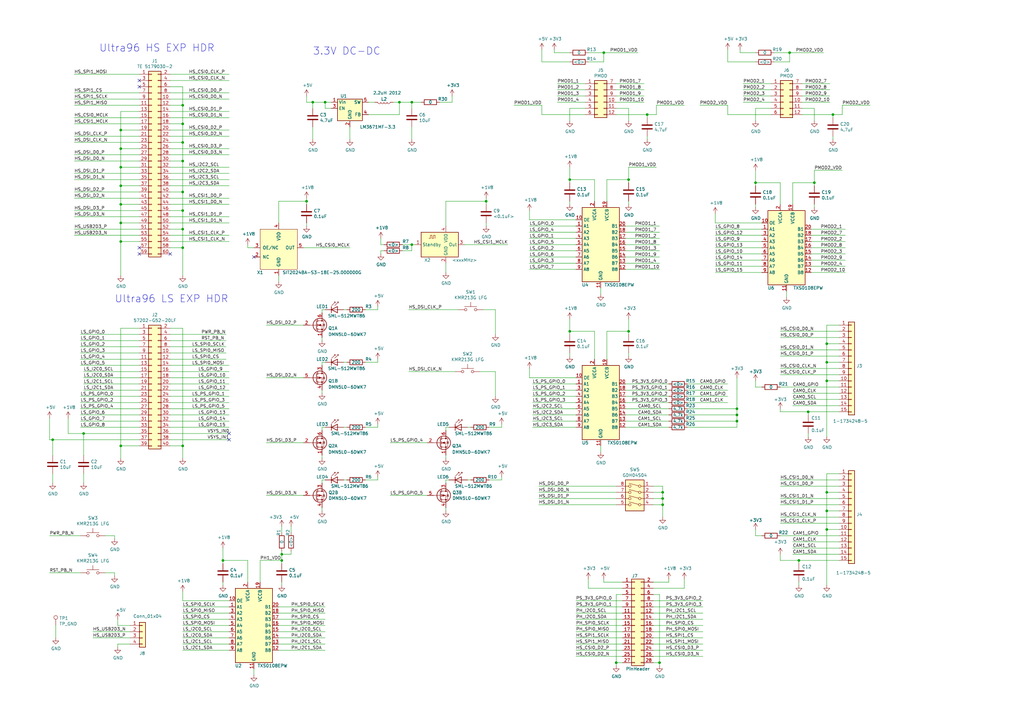
<source format=kicad_sch>
(kicad_sch (version 20230121) (generator eeschema)
  (paper "A3")
  (title_block (rev "Rev. 3"))
  (junction (at 74.93 86.36))
  (junction (at 49.53 76.2))
  (junction (at 115.57 227.33))
  (junction (at 271.78 201.93))
  (junction (at 270.51 271.78))
  (junction (at 334.01 74.93))
  (junction (at 168.91 100.33))
  (junction (at 91.44 229.87))
  (junction (at 49.53 83.82))
  (junction (at 341.63 46.99))
  (junction (at 74.93 43.18))
  (junction (at 327.66 229.87))
  (junction (at 21.59 180.34))
  (junction (at 49.53 99.06))
  (junction (at 74.93 50.8))
  (junction (at 199.39 82.55))
  (junction (at 233.68 135.89))
  (junction (at 257.81 135.89))
  (junction (at 74.93 93.98))
  (junction (at 309.88 74.93))
  (junction (at 233.68 73.66))
  (junction (at 125.73 82.55))
  (junction (at 252.73 271.78))
  (junction (at 163.83 41.91))
  (junction (at 49.53 91.44))
  (junction (at 115.57 229.87))
  (junction (at 323.85 21.59))
  (junction (at 339.09 209.55))
  (junction (at 49.53 60.96))
  (junction (at 339.09 201.93))
  (junction (at 339.09 217.17))
  (junction (at 339.09 156.21))
  (junction (at 74.93 66.04))
  (junction (at 271.78 204.47))
  (junction (at 302.26 172.72))
  (junction (at 265.43 46.99))
  (junction (at 74.93 78.74))
  (junction (at 74.93 101.6))
  (junction (at 49.53 53.34))
  (junction (at 34.29 177.8))
  (junction (at 271.78 207.01))
  (junction (at 302.26 167.64))
  (junction (at 133.35 41.91))
  (junction (at 168.91 41.91))
  (junction (at 49.53 182.88))
  (junction (at 128.27 41.91))
  (junction (at 74.93 182.88))
  (junction (at 74.93 58.42))
  (junction (at 339.09 148.59))
  (junction (at 247.65 21.59))
  (junction (at 49.53 68.58))
  (junction (at 339.09 140.97))
  (junction (at 302.26 170.18))
  (junction (at 257.81 73.66))
  (junction (at 331.47 168.91))
  (no_connect (at 104.14 105.41))
  (no_connect (at 93.98 180.34))
  (no_connect (at 57.15 35.56))
  (no_connect (at 57.15 33.02))
  (no_connect (at 57.15 101.6))
  (no_connect (at 57.15 104.14))
  (no_connect (at 69.85 104.14))
  (no_connect (at 93.98 177.8))
  (wire (pts (xy 114.3 248.92) (xy 133.35 248.92)))
  (wire (pts (xy 27.94 177.8) (xy 27.94 171.45)))
  (wire (pts (xy 185.42 39.37) (xy 185.42 41.91)))
  (wire (pts (xy 344.17 227.33) (xy 325.12 227.33)))
  (wire (pts (xy 191.77 175.26) (xy 193.04 175.26)))
  (wire (pts (xy 288.29 248.92) (xy 267.97 248.92)))
  (wire (pts (xy 255.27 254) (xy 236.22 254)))
  (wire (pts (xy 133.35 127) (xy 132.08 127)))
  (wire (pts (xy 256.54 102.87) (xy 270.51 102.87)))
  (wire (pts (xy 344.17 163.83) (xy 325.12 163.83)))
  (wire (pts (xy 125.73 82.55) (xy 125.73 83.82)))
  (wire (pts (xy 200.66 175.26) (xy 205.74 175.26)))
  (wire (pts (xy 267.97 201.93) (xy 271.78 201.93)))
  (wire (pts (xy 281.94 175.26) (xy 302.26 175.26)))
  (wire (pts (xy 168.91 100.33) (xy 165.1 100.33)))
  (wire (pts (xy 344.17 151.13) (xy 320.04 151.13)))
  (wire (pts (xy 57.15 53.34) (xy 49.53 53.34)))
  (wire (pts (xy 270.51 273.05) (xy 270.51 271.78)))
  (wire (pts (xy 57.15 180.34) (xy 21.59 180.34)))
  (wire (pts (xy 344.17 222.25) (xy 325.12 222.25)))
  (wire (pts (xy 21.59 198.12) (xy 21.59 194.31)))
  (wire (pts (xy 69.85 91.44) (xy 93.98 91.44)))
  (wire (pts (xy 69.85 88.9) (xy 93.98 88.9)))
  (wire (pts (xy 236.22 100.33) (xy 217.17 100.33)))
  (wire (pts (xy 69.85 134.62) (xy 74.93 134.62)))
  (wire (pts (xy 132.08 209.55) (xy 132.08 208.28)))
  (wire (pts (xy 168.91 102.87) (xy 168.91 100.33)))
  (wire (pts (xy 344.17 140.97) (xy 339.09 140.97)))
  (wire (pts (xy 163.83 41.91) (xy 168.91 41.91)))
  (wire (pts (xy 57.15 147.32) (xy 33.02 147.32)))
  (wire (pts (xy 312.42 219.71) (xy 309.88 219.71)))
  (wire (pts (xy 344.17 166.37) (xy 325.12 166.37)))
  (wire (pts (xy 91.44 229.87) (xy 91.44 231.14)))
  (wire (pts (xy 114.3 254) (xy 133.35 254)))
  (wire (pts (xy 114.3 91.44) (xy 114.3 82.55)))
  (wire (pts (xy 57.15 170.18) (xy 33.02 170.18)))
  (wire (pts (xy 325.12 83.82) (xy 325.12 74.93)))
  (wire (pts (xy 228.6 41.91) (xy 240.03 41.91)))
  (wire (pts (xy 93.98 259.08) (xy 74.93 259.08)))
  (wire (pts (xy 161.29 41.91) (xy 163.83 41.91)))
  (wire (pts (xy 57.15 83.82) (xy 49.53 83.82)))
  (wire (pts (xy 132.08 175.26) (xy 132.08 176.53)))
  (wire (pts (xy 256.54 170.18) (xy 274.32 170.18)))
  (wire (pts (xy 304.8 41.91) (xy 316.23 41.91)))
  (wire (pts (xy 320.04 229.87) (xy 327.66 229.87)))
  (wire (pts (xy 57.15 160.02) (xy 34.29 160.02)))
  (wire (pts (xy 344.17 146.05) (xy 320.04 146.05)))
  (wire (pts (xy 267.97 204.47) (xy 271.78 204.47)))
  (wire (pts (xy 69.85 139.7) (xy 92.71 139.7)))
  (wire (pts (xy 339.09 148.59) (xy 339.09 156.21)))
  (wire (pts (xy 298.45 165.1) (xy 281.94 165.1)))
  (wire (pts (xy 344.17 156.21) (xy 339.09 156.21)))
  (wire (pts (xy 115.57 227.33) (xy 115.57 229.87)))
  (wire (pts (xy 281.94 172.72) (xy 302.26 172.72)))
  (wire (pts (xy 222.25 25.4) (xy 233.68 25.4)))
  (wire (pts (xy 247.65 237.49) (xy 247.65 238.76)))
  (wire (pts (xy 233.68 68.58) (xy 233.68 73.66)))
  (wire (pts (xy 252.73 243.84) (xy 255.27 243.84)))
  (wire (pts (xy 167.64 127) (xy 187.96 127)))
  (wire (pts (xy 280.67 237.49) (xy 280.67 241.3)))
  (wire (pts (xy 269.24 46.99) (xy 269.24 43.18)))
  (wire (pts (xy 69.85 93.98) (xy 74.93 93.98)))
  (wire (pts (xy 236.22 248.92) (xy 255.27 248.92)))
  (wire (pts (xy 69.85 53.34) (xy 93.98 53.34)))
  (wire (pts (xy 140.97 175.26) (xy 142.24 175.26)))
  (wire (pts (xy 236.22 170.18) (xy 218.44 170.18)))
  (wire (pts (xy 233.68 146.05) (xy 233.68 144.78)))
  (wire (pts (xy 69.85 96.52) (xy 93.98 96.52)))
  (wire (pts (xy 344.17 201.93) (xy 339.09 201.93)))
  (wire (pts (xy 256.54 97.79) (xy 270.51 97.79)))
  (wire (pts (xy 69.85 147.32) (xy 92.71 147.32)))
  (wire (pts (xy 252.73 39.37) (xy 264.16 39.37)))
  (wire (pts (xy 53.34 264.16) (xy 48.26 264.16)))
  (wire (pts (xy 69.85 144.78) (xy 92.71 144.78)))
  (wire (pts (xy 236.22 105.41) (xy 217.17 105.41)))
  (wire (pts (xy 57.15 139.7) (xy 33.02 139.7)))
  (wire (pts (xy 49.53 68.58) (xy 49.53 76.2)))
  (wire (pts (xy 69.85 81.28) (xy 93.98 81.28)))
  (wire (pts (xy 344.17 217.17) (xy 339.09 217.17)))
  (wire (pts (xy 57.15 177.8) (xy 34.29 177.8)))
  (wire (pts (xy 320.04 143.51) (xy 344.17 143.51)))
  (wire (pts (xy 33.02 234.95) (xy 20.32 234.95)))
  (wire (pts (xy 298.45 43.18) (xy 298.45 46.99)))
  (wire (pts (xy 339.09 133.35) (xy 339.09 140.97)))
  (wire (pts (xy 199.39 83.82) (xy 199.39 82.55)))
  (wire (pts (xy 69.85 101.6) (xy 74.93 101.6)))
  (wire (pts (xy 69.85 160.02) (xy 93.98 160.02)))
  (wire (pts (xy 312.42 93.98) (xy 293.37 93.98)))
  (wire (pts (xy 69.85 43.18) (xy 74.93 43.18)))
  (wire (pts (xy 133.35 175.26) (xy 132.08 175.26)))
  (wire (pts (xy 334.01 69.85) (xy 334.01 74.93)))
  (wire (pts (xy 69.85 137.16) (xy 92.71 137.16)))
  (wire (pts (xy 255.27 251.46) (xy 236.22 251.46)))
  (wire (pts (xy 199.39 92.71) (xy 199.39 91.44)))
  (wire (pts (xy 334.01 69.85) (xy 345.44 69.85)))
  (wire (pts (xy 302.26 167.64) (xy 302.26 154.94)))
  (wire (pts (xy 57.15 88.9) (xy 30.48 88.9)))
  (wire (pts (xy 344.17 212.09) (xy 320.04 212.09)))
  (wire (pts (xy 257.81 83.82) (xy 257.81 82.55)))
  (wire (pts (xy 69.85 99.06) (xy 93.98 99.06)))
  (wire (pts (xy 175.26 181.61) (xy 160.02 181.61)))
  (wire (pts (xy 344.17 214.63) (xy 320.04 214.63)))
  (wire (pts (xy 236.22 154.94) (xy 217.17 154.94)))
  (wire (pts (xy 57.15 66.04) (xy 30.48 66.04)))
  (wire (pts (xy 256.54 167.64) (xy 274.32 167.64)))
  (wire (pts (xy 344.17 133.35) (xy 339.09 133.35)))
  (wire (pts (xy 128.27 57.15) (xy 128.27 52.07)))
  (wire (pts (xy 49.53 187.96) (xy 49.53 182.88)))
  (wire (pts (xy 236.22 92.71) (xy 217.17 92.71)))
  (wire (pts (xy 57.15 76.2) (xy 49.53 76.2)))
  (wire (pts (xy 252.73 46.99) (xy 265.43 46.99)))
  (wire (pts (xy 69.85 71.12) (xy 93.98 71.12)))
  (wire (pts (xy 69.85 152.4) (xy 93.98 152.4)))
  (wire (pts (xy 198.12 127) (xy 203.2 127)))
  (wire (pts (xy 256.54 107.95) (xy 270.51 107.95)))
  (wire (pts (xy 57.15 60.96) (xy 49.53 60.96)))
  (wire (pts (xy 125.73 39.37) (xy 125.73 41.91)))
  (wire (pts (xy 57.15 134.62) (xy 49.53 134.62)))
  (wire (pts (xy 114.3 82.55) (xy 125.73 82.55)))
  (wire (pts (xy 114.3 256.54) (xy 133.35 256.54)))
  (wire (pts (xy 222.25 20.32) (xy 222.25 25.4)))
  (wire (pts (xy 240.03 44.45) (xy 233.68 44.45)))
  (wire (pts (xy 57.15 50.8) (xy 30.48 50.8)))
  (wire (pts (xy 236.22 175.26) (xy 218.44 175.26)))
  (wire (pts (xy 267.97 199.39) (xy 271.78 199.39)))
  (wire (pts (xy 331.47 170.18) (xy 331.47 168.91)))
  (wire (pts (xy 271.78 199.39) (xy 271.78 201.93)))
  (wire (pts (xy 256.54 95.25) (xy 270.51 95.25)))
  (wire (pts (xy 57.15 152.4) (xy 34.29 152.4)))
  (wire (pts (xy 255.27 271.78) (xy 252.73 271.78)))
  (wire (pts (xy 312.42 96.52) (xy 293.37 96.52)))
  (wire (pts (xy 133.35 266.7) (xy 114.3 266.7)))
  (wire (pts (xy 57.15 63.5) (xy 30.48 63.5)))
  (wire (pts (xy 69.85 83.82) (xy 93.98 83.82)))
  (wire (pts (xy 344.17 148.59) (xy 339.09 148.59)))
  (wire (pts (xy 309.88 69.85) (xy 309.88 74.93)))
  (wire (pts (xy 332.74 106.68) (xy 346.71 106.68)))
  (wire (pts (xy 69.85 40.64) (xy 93.98 40.64)))
  (wire (pts (xy 74.93 246.38) (xy 74.93 242.57)))
  (wire (pts (xy 267.97 256.54) (xy 288.29 256.54)))
  (wire (pts (xy 236.22 246.38) (xy 255.27 246.38)))
  (wire (pts (xy 257.81 68.58) (xy 269.24 68.58)))
  (wire (pts (xy 69.85 154.94) (xy 93.98 154.94)))
  (wire (pts (xy 33.02 162.56) (xy 57.15 162.56)))
  (wire (pts (xy 332.74 104.14) (xy 346.71 104.14)))
  (wire (pts (xy 339.09 194.31) (xy 339.09 201.93)))
  (wire (pts (xy 43.18 234.95) (xy 46.99 234.95)))
  (wire (pts (xy 57.15 43.18) (xy 30.48 43.18)))
  (wire (pts (xy 69.85 30.48) (xy 93.98 30.48)))
  (wire (pts (xy 57.15 165.1) (xy 33.02 165.1)))
  (wire (pts (xy 236.22 165.1) (xy 218.44 165.1)))
  (wire (pts (xy 69.85 50.8) (xy 74.93 50.8)))
  (wire (pts (xy 252.73 34.29) (xy 264.16 34.29)))
  (wire (pts (xy 69.85 58.42) (xy 74.93 58.42)))
  (wire (pts (xy 309.88 44.45) (xy 309.88 49.53)))
  (wire (pts (xy 93.98 246.38) (xy 74.93 246.38)))
  (wire (pts (xy 233.68 44.45) (xy 233.68 49.53)))
  (wire (pts (xy 257.81 135.89) (xy 257.81 137.16)))
  (wire (pts (xy 49.53 76.2) (xy 49.53 83.82)))
  (wire (pts (xy 256.54 160.02) (xy 274.32 160.02)))
  (wire (pts (xy 274.32 165.1) (xy 256.54 165.1)))
  (wire (pts (xy 344.17 207.01) (xy 320.04 207.01)))
  (wire (pts (xy 339.09 140.97) (xy 339.09 148.59)))
  (wire (pts (xy 154.94 196.85) (xy 154.94 195.58)))
  (wire (pts (xy 93.98 266.7) (xy 74.93 266.7)))
  (wire (pts (xy 298.45 162.56) (xy 281.94 162.56)))
  (wire (pts (xy 151.13 46.99) (xy 163.83 46.99)))
  (wire (pts (xy 243.84 135.89) (xy 233.68 135.89)))
  (wire (pts (xy 74.93 254) (xy 93.98 254)))
  (wire (pts (xy 135.89 41.91) (xy 133.35 41.91)))
  (wire (pts (xy 133.35 261.62) (xy 114.3 261.62)))
  (wire (pts (xy 236.22 90.17) (xy 217.17 90.17)))
  (wire (pts (xy 332.74 99.06) (xy 346.71 99.06)))
  (wire (pts (xy 143.51 101.6) (xy 124.46 101.6)))
  (wire (pts (xy 135.89 44.45) (xy 133.35 44.45)))
  (wire (pts (xy 132.08 187.96) (xy 132.08 186.69)))
  (wire (pts (xy 328.93 44.45) (xy 334.01 44.45)))
  (wire (pts (xy 288.29 261.62) (xy 267.97 261.62)))
  (wire (pts (xy 57.15 38.1) (xy 30.48 38.1)))
  (wire (pts (xy 303.53 20.32) (xy 303.53 21.59)))
  (wire (pts (xy 205.74 175.26) (xy 205.74 173.99)))
  (wire (pts (xy 49.53 83.82) (xy 49.53 91.44)))
  (wire (pts (xy 344.17 153.67) (xy 320.04 153.67)))
  (wire (pts (xy 49.53 45.72) (xy 49.53 53.34)))
  (wire (pts (xy 119.38 227.33) (xy 115.57 227.33)))
  (wire (pts (xy 344.17 209.55) (xy 339.09 209.55)))
  (wire (pts (xy 101.6 229.87) (xy 91.44 229.87)))
  (wire (pts (xy 257.81 146.05) (xy 257.81 144.78)))
  (wire (pts (xy 246.38 185.42) (xy 246.38 182.88)))
  (wire (pts (xy 69.85 66.04) (xy 74.93 66.04)))
  (wire (pts (xy 243.84 73.66) (xy 243.84 82.55)))
  (wire (pts (xy 233.68 73.66) (xy 233.68 74.93)))
  (wire (pts (xy 327.66 240.03) (xy 327.66 238.76)))
  (wire (pts (xy 115.57 229.87) (xy 115.57 231.14)))
  (wire (pts (xy 344.17 168.91) (xy 331.47 168.91)))
  (wire (pts (xy 57.15 93.98) (xy 30.48 93.98)))
  (wire (pts (xy 222.25 43.18) (xy 222.25 46.99)))
  (wire (pts (xy 69.85 157.48) (xy 93.98 157.48)))
  (wire (pts (xy 156.21 102.87) (xy 156.21 104.14)))
  (wire (pts (xy 271.78 207.01) (xy 267.97 207.01)))
  (wire (pts (xy 281.94 160.02) (xy 298.45 160.02)))
  (wire (pts (xy 236.22 259.08) (xy 255.27 259.08)))
  (wire (pts (xy 241.3 241.3) (xy 241.3 237.49)))
  (wire (pts (xy 320.04 229.87) (xy 320.04 227.33)))
  (wire (pts (xy 241.3 25.4) (xy 247.65 25.4)))
  (wire (pts (xy 21.59 180.34) (xy 20.32 180.34)))
  (wire (pts (xy 57.15 175.26) (xy 33.02 175.26)))
  (wire (pts (xy 203.2 152.4) (xy 203.2 162.56)))
  (wire (pts (xy 156.21 97.79) (xy 156.21 100.33)))
  (wire (pts (xy 236.22 266.7) (xy 255.27 266.7)))
  (wire (pts (xy 74.93 50.8) (xy 74.93 58.42)))
  (wire (pts (xy 220.98 199.39) (xy 252.73 199.39)))
  (wire (pts (xy 69.85 165.1) (xy 93.98 165.1)))
  (wire (pts (xy 48.26 256.54) (xy 48.26 254)))
  (wire (pts (xy 271.78 204.47) (xy 271.78 207.01)))
  (wire (pts (xy 184.15 175.26) (xy 182.88 175.26)))
  (wire (pts (xy 132.08 127) (xy 132.08 128.27)))
  (wire (pts (xy 57.15 73.66) (xy 30.48 73.66)))
  (wire (pts (xy 304.8 39.37) (xy 316.23 39.37)))
  (wire (pts (xy 69.85 35.56) (xy 74.93 35.56)))
  (wire (pts (xy 236.22 172.72) (xy 218.44 172.72)))
  (wire (pts (xy 265.43 46.99) (xy 269.24 46.99)))
  (wire (pts (xy 256.54 92.71) (xy 270.51 92.71)))
  (wire (pts (xy 57.15 55.88) (xy 30.48 55.88)))
  (wire (pts (xy 267.97 269.24) (xy 288.29 269.24)))
  (wire (pts (xy 255.27 264.16) (xy 236.22 264.16)))
  (wire (pts (xy 332.74 93.98) (xy 346.71 93.98)))
  (wire (pts (xy 57.15 99.06) (xy 49.53 99.06)))
  (wire (pts (xy 298.45 25.4) (xy 309.88 25.4)))
  (wire (pts (xy 168.91 41.91) (xy 172.72 41.91)))
  (wire (pts (xy 248.92 82.55) (xy 248.92 73.66)))
  (wire (pts (xy 21.59 186.69) (xy 21.59 180.34)))
  (wire (pts (xy 331.47 179.07) (xy 331.47 177.8)))
  (wire (pts (xy 316.23 44.45) (xy 309.88 44.45)))
  (wire (pts (xy 328.93 46.99) (xy 341.63 46.99)))
  (wire (pts (xy 233.68 130.81) (xy 233.68 135.89)))
  (wire (pts (xy 154.94 175.26) (xy 154.94 173.99)))
  (wire (pts (xy 271.78 201.93) (xy 271.78 204.47)))
  (wire (pts (xy 331.47 168.91) (xy 320.04 168.91)))
  (wire (pts (xy 344.17 194.31) (xy 339.09 194.31)))
  (wire (pts (xy 74.93 251.46) (xy 93.98 251.46)))
  (wire (pts (xy 332.74 101.6) (xy 346.71 101.6)))
  (wire (pts (xy 298.45 157.48) (xy 281.94 157.48)))
  (wire (pts (xy 168.91 41.91) (xy 168.91 44.45)))
  (wire (pts (xy 57.15 137.16) (xy 33.02 137.16)))
  (wire (pts (xy 69.85 167.64) (xy 93.98 167.64)))
  (wire (pts (xy 57.15 144.78) (xy 33.02 144.78)))
  (wire (pts (xy 182.88 187.96) (xy 182.88 186.69)))
  (wire (pts (xy 303.53 21.59) (xy 309.88 21.59)))
  (wire (pts (xy 267.97 238.76) (xy 274.32 238.76)))
  (wire (pts (xy 34.29 177.8) (xy 27.94 177.8)))
  (wire (pts (xy 132.08 196.85) (xy 132.08 198.12)))
  (wire (pts (xy 57.15 71.12) (xy 30.48 71.12)))
  (wire (pts (xy 248.92 73.66) (xy 257.81 73.66)))
  (wire (pts (xy 69.85 48.26) (xy 93.98 48.26)))
  (wire (pts (xy 320.04 74.93) (xy 320.04 83.82)))
  (wire (pts (xy 157.48 100.33) (xy 156.21 100.33)))
  (wire (pts (xy 241.3 241.3) (xy 255.27 241.3)))
  (wire (pts (xy 280.67 241.3) (xy 267.97 241.3)))
  (wire (pts (xy 312.42 106.68) (xy 293.37 106.68)))
  (wire (pts (xy 124.46 203.2) (xy 109.22 203.2)))
  (wire (pts (xy 256.54 100.33) (xy 270.51 100.33)))
  (wire (pts (xy 200.66 196.85) (xy 205.74 196.85)))
  (wire (pts (xy 341.63 46.99) (xy 345.44 46.99)))
  (wire (pts (xy 220.98 204.47) (xy 252.73 204.47)))
  (wire (pts (xy 236.22 162.56) (xy 218.44 162.56)))
  (wire (pts (xy 267.97 266.7) (xy 288.29 266.7)))
  (wire (pts (xy 125.73 81.28) (xy 125.73 82.55)))
  (wire (pts (xy 256.54 105.41) (xy 270.51 105.41)))
  (wire (pts (xy 267.97 243.84) (xy 270.51 243.84)))
  (wire (pts (xy 153.67 41.91) (xy 151.13 41.91)))
  (wire (pts (xy 74.93 93.98) (xy 74.93 101.6)))
  (wire (pts (xy 205.74 196.85) (xy 205.74 195.58)))
  (wire (pts (xy 69.85 45.72) (xy 93.98 45.72)))
  (wire (pts (xy 241.3 21.59) (xy 247.65 21.59)))
  (wire (pts (xy 69.85 142.24) (xy 92.71 142.24)))
  (wire (pts (xy 203.2 127) (xy 203.2 137.16)))
  (wire (pts (xy 115.57 226.06) (xy 115.57 227.33)))
  (wire (pts (xy 69.85 55.88) (xy 93.98 55.88)))
  (wire (pts (xy 274.32 162.56) (xy 256.54 162.56)))
  (wire (pts (xy 57.15 167.64) (xy 33.02 167.64)))
  (wire (pts (xy 339.09 217.17) (xy 339.09 240.03)))
  (wire (pts (xy 133.35 196.85) (xy 132.08 196.85)))
  (wire (pts (xy 312.42 91.44) (xy 293.37 91.44)))
  (wire (pts (xy 322.58 121.92) (xy 322.58 119.38)))
  (wire (pts (xy 128.27 41.91) (xy 128.27 44.45)))
  (wire (pts (xy 236.22 157.48) (xy 218.44 157.48)))
  (wire (pts (xy 328.93 41.91) (xy 340.36 41.91)))
  (wire (pts (xy 91.44 224.79) (xy 91.44 229.87)))
  (wire (pts (xy 115.57 240.03) (xy 115.57 238.76)))
  (wire (pts (xy 210.82 43.18) (xy 222.25 43.18)))
  (wire (pts (xy 133.35 148.59) (xy 132.08 148.59)))
  (wire (pts (xy 53.34 256.54) (xy 48.26 256.54)))
  (wire (pts (xy 57.15 142.24) (xy 33.02 142.24)))
  (wire (pts (xy 339.09 201.93) (xy 339.09 209.55)))
  (wire (pts (xy 233.68 83.82) (xy 233.68 82.55)))
  (wire (pts (xy 182.88 82.55) (xy 182.88 92.71)))
  (wire (pts (xy 57.15 58.42) (xy 30.48 58.42)))
  (wire (pts (xy 339.09 156.21) (xy 339.09 179.07)))
  (wire (pts (xy 334.01 44.45) (xy 334.01 49.53)))
  (wire (pts (xy 327.66 231.14) (xy 327.66 229.87)))
  (wire (pts (xy 69.85 172.72) (xy 93.98 172.72)))
  (wire (pts (xy 320.04 74.93) (xy 309.88 74.93)))
  (wire (pts (xy 344.17 135.89) (xy 320.04 135.89)))
  (wire (pts (xy 252.73 271.78) (xy 252.73 243.84)))
  (wire (pts (xy 227.33 20.32) (xy 227.33 21.59)))
  (wire (pts (xy 323.85 25.4) (xy 323.85 21.59)))
  (wire (pts (xy 287.02 43.18) (xy 298.45 43.18)))
  (wire (pts (xy 125.73 41.91) (xy 128.27 41.91)))
  (wire (pts (xy 93.98 261.62) (xy 74.93 261.62)))
  (wire (pts (xy 57.15 45.72) (xy 49.53 45.72)))
  (wire (pts (xy 69.85 63.5) (xy 93.98 63.5)))
  (wire (pts (xy 74.93 58.42) (xy 74.93 66.04)))
  (wire (pts (xy 49.53 91.44) (xy 49.53 99.06)))
  (wire (pts (xy 20.32 171.45) (xy 20.32 180.34)))
  (wire (pts (xy 57.15 172.72) (xy 33.02 172.72)))
  (wire (pts (xy 74.93 35.56) (xy 74.93 43.18)))
  (wire (pts (xy 149.86 148.59) (xy 154.94 148.59)))
  (wire (pts (xy 252.73 36.83) (xy 264.16 36.83)))
  (wire (pts (xy 22.86 261.62) (xy 22.86 256.54)))
  (wire (pts (xy 274.32 238.76) (xy 274.32 237.49)))
  (wire (pts (xy 91.44 240.03) (xy 91.44 238.76)))
  (wire (pts (xy 252.73 41.91) (xy 264.16 41.91)))
  (wire (pts (xy 312.42 111.76) (xy 293.37 111.76)))
  (wire (pts (xy 170.18 100.33) (xy 168.91 100.33)))
  (wire (pts (xy 236.22 167.64) (xy 218.44 167.64)))
  (wire (pts (xy 255.27 261.62) (xy 236.22 261.62)))
  (wire (pts (xy 257.81 44.45) (xy 257.81 49.53)))
  (wire (pts (xy 269.24 43.18) (xy 280.67 43.18)))
  (wire (pts (xy 199.39 82.55) (xy 199.39 81.28)))
  (wire (pts (xy 182.88 209.55) (xy 182.88 208.28)))
  (wire (pts (xy 339.09 209.55) (xy 339.09 217.17)))
  (wire (pts (xy 74.93 43.18) (xy 74.93 50.8)))
  (wire (pts (xy 309.88 85.09) (xy 309.88 83.82)))
  (wire (pts (xy 252.73 271.78) (xy 252.73 273.05)))
  (wire (pts (xy 302.26 175.26) (xy 302.26 172.72)))
  (wire (pts (xy 33.02 219.71) (xy 20.32 219.71)))
  (wire (pts (xy 69.85 76.2) (xy 93.98 76.2)))
  (wire (pts (xy 114.3 251.46) (xy 133.35 251.46)))
  (wire (pts (xy 256.54 110.49) (xy 270.51 110.49)))
  (wire (pts (xy 312.42 101.6) (xy 293.37 101.6)))
  (wire (pts (xy 49.53 60.96) (xy 49.53 68.58)))
  (wire (pts (xy 312.42 99.06) (xy 293.37 99.06)))
  (wire (pts (xy 124.46 154.94) (xy 109.22 154.94)))
  (wire (pts (xy 106.68 238.76) (xy 106.68 229.87)))
  (wire (pts (xy 220.98 201.93) (xy 252.73 201.93)))
  (wire (pts (xy 125.73 92.71) (xy 125.73 91.44)))
  (wire (pts (xy 281.94 170.18) (xy 302.26 170.18)))
  (wire (pts (xy 154.94 127) (xy 154.94 125.73)))
  (wire (pts (xy 236.22 110.49) (xy 217.17 110.49)))
  (wire (pts (xy 328.93 36.83) (xy 340.36 36.83)))
  (wire (pts (xy 257.81 68.58) (xy 257.81 73.66)))
  (wire (pts (xy 133.35 264.16) (xy 114.3 264.16)))
  (wire (pts (xy 57.15 91.44) (xy 49.53 91.44)))
  (wire (pts (xy 236.22 95.25) (xy 217.17 95.25)))
  (wire (pts (xy 196.85 152.4) (xy 203.2 152.4)))
  (wire (pts (xy 30.48 78.74) (xy 57.15 78.74)))
  (wire (pts (xy 304.8 34.29) (xy 316.23 34.29)))
  (wire (pts (xy 133.35 259.08) (xy 114.3 259.08)))
  (wire (pts (xy 57.15 157.48) (xy 34.29 157.48)))
  (wire (pts (xy 93.98 264.16) (xy 74.93 264.16)))
  (wire (pts (xy 57.15 81.28) (xy 30.48 81.28)))
  (wire (pts (xy 281.94 167.64) (xy 302.26 167.64)))
  (wire (pts (xy 236.22 97.79) (xy 217.17 97.79)))
  (wire (pts (xy 288.29 246.38) (xy 267.97 246.38)))
  (wire (pts (xy 140.97 148.59) (xy 142.24 148.59)))
  (wire (pts (xy 309.88 219.71) (xy 309.88 217.17)))
  (wire (pts (xy 271.78 207.01) (xy 271.78 212.09)))
  (wire (pts (xy 69.85 78.74) (xy 74.93 78.74)))
  (wire (pts (xy 298.45 46.99) (xy 316.23 46.99)))
  (wire (pts (xy 302.26 172.72) (xy 302.26 170.18)))
  (wire (pts (xy 74.93 78.74) (xy 74.93 86.36)))
  (wire (pts (xy 270.51 271.78) (xy 267.97 271.78)))
  (wire (pts (xy 320.04 219.71) (xy 344.17 219.71)))
  (wire (pts (xy 46.99 219.71) (xy 46.99 220.98)))
  (wire (pts (xy 256.54 172.72) (xy 274.32 172.72)))
  (wire (pts (xy 49.53 182.88) (xy 49.53 134.62)))
  (wire (pts (xy 57.15 86.36) (xy 30.48 86.36)))
  (wire (pts (xy 345.44 43.18) (xy 345.44 46.99)))
  (wire (pts (xy 218.44 160.02) (xy 236.22 160.02)))
  (wire (pts (xy 312.42 109.22) (xy 293.37 109.22)))
  (wire (pts (xy 256.54 175.26) (xy 274.32 175.26)))
  (wire (pts (xy 132.08 161.29) (xy 132.08 160.02)))
  (wire (pts (xy 69.85 60.96) (xy 93.98 60.96)))
  (wire (pts (xy 344.17 199.39) (xy 320.04 199.39)))
  (wire (pts (xy 257.81 130.81) (xy 257.81 135.89)))
  (wire (pts (xy 69.85 182.88) (xy 74.93 182.88)))
  (wire (pts (xy 236.22 256.54) (xy 255.27 256.54)))
  (wire (pts (xy 309.88 74.93) (xy 309.88 76.2)))
  (wire (pts (xy 57.15 30.48) (xy 30.48 30.48)))
  (wire (pts (xy 320.04 168.91) (xy 320.04 167.64)))
  (wire (pts (xy 69.85 68.58) (xy 93.98 68.58)))
  (wire (pts (xy 69.85 177.8) (xy 93.98 177.8)))
  (wire (pts (xy 149.86 196.85) (xy 154.94 196.85)))
  (wire (pts (xy 345.44 43.18) (xy 356.87 43.18)))
  (wire (pts (xy 312.42 104.14) (xy 293.37 104.14)))
  (wire (pts (xy 57.15 40.64) (xy 30.48 40.64)))
  (wire (pts (xy 323.85 21.59) (xy 337.82 21.59)))
  (wire (pts (xy 140.97 127) (xy 142.24 127)))
  (wire (pts (xy 132.08 148.59) (xy 132.08 149.86)))
  (wire (pts (xy 154.94 148.59) (xy 154.94 147.32)))
  (wire (pts (xy 199.39 82.55) (xy 182.88 82.55)))
  (wire (pts (xy 157.48 102.87) (xy 156.21 102.87)))
  (wire (pts (xy 332.74 111.76) (xy 346.71 111.76)))
  (wire (pts (xy 344.17 138.43) (xy 320.04 138.43)))
  (wire (pts (xy 236.22 107.95) (xy 217.17 107.95)))
  (wire (pts (xy 334.01 85.09) (xy 334.01 83.82)))
  (wire (pts (xy 217.17 154.94) (xy 217.17 151.13)))
  (wire (pts (xy 69.85 180.34) (xy 93.98 180.34)))
  (wire (pts (xy 57.15 182.88) (xy 49.53 182.88)))
  (wire (pts (xy 332.74 109.22) (xy 346.71 109.22)))
  (wire (pts (xy 163.83 41.91) (xy 163.83 46.99)))
  (wire (pts (xy 182.88 111.76) (xy 182.88 107.95)))
  (wire (pts (xy 74.93 101.6) (xy 74.93 113.03)))
  (wire (pts (xy 69.85 73.66) (xy 93.98 73.66)))
  (wire (pts (xy 228.6 36.83) (xy 240.03 36.83)))
  (wire (pts (xy 274.32 157.48) (xy 256.54 157.48)))
  (wire (pts (xy 302.26 170.18) (xy 302.26 167.64)))
  (wire (pts (xy 344.17 196.85) (xy 320.04 196.85)))
  (wire (pts (xy 101.6 229.87) (xy 101.6 238.76)))
  (wire (pts (xy 114.3 115.57) (xy 114.3 113.03)))
  (wire (pts (xy 34.29 186.69) (xy 34.29 177.8)))
  (wire (pts (xy 247.65 238.76) (xy 255.27 238.76)))
  (wire (pts (xy 312.42 158.75) (xy 309.88 158.75)))
  (wire (pts (xy 109.22 133.35) (xy 124.46 133.35)))
  (wire (pts (xy 270.51 243.84) (xy 270.51 271.78)))
  (wire (pts (xy 228.6 34.29) (xy 240.03 34.29)))
  (wire (pts (xy 288.29 254) (xy 267.97 254)))
  (wire (pts (xy 104.14 101.6) (xy 101.6 101.6)))
  (wire (pts (xy 101.6 101.6) (xy 101.6 100.33)))
  (wire (pts (xy 57.15 48.26) (xy 30.48 48.26)))
  (wire (pts (xy 248.92 135.89) (xy 257.81 135.89)))
  (wire (pts (xy 69.85 38.1) (xy 93.98 38.1)))
  (wire (pts (xy 344.17 229.87) (xy 327.66 229.87)))
  (wire (pts (xy 304.8 36.83) (xy 316.23 36.83)))
  (wire (pts (xy 74.93 134.62) (xy 74.93 182.88)))
  (wire (pts (xy 48.26 264.16) (xy 48.26 265.43)))
  (wire (pts (xy 257.81 73.66) (xy 257.81 74.93)))
  (wire (pts (xy 175.26 203.2) (xy 160.02 203.2)))
  (wire (pts (xy 317.5 21.59) (xy 323.85 21.59)))
  (wire (pts (xy 217.17 90.17) (xy 217.17 86.36)))
  (wire (pts (xy 222.25 46.99) (xy 240.03 46.99)))
  (wire (pts (xy 191.77 196.85) (xy 193.04 196.85)))
  (wire (pts (xy 69.85 175.26) (xy 93.98 175.26)))
  (wire (pts (xy 182.88 196.85) (xy 182.88 198.12)))
  (wire (pts (xy 132.08 139.7) (xy 132.08 138.43)))
  (wire (pts (xy 288.29 251.46) (xy 267.97 251.46)))
  (wire (pts (xy 341.63 57.15) (xy 341.63 55.88)))
  (wire (pts (xy 236.22 102.87) (xy 217.17 102.87)))
  (wire (pts (xy 248.92 147.32) (xy 248.92 135.89)))
  (wire (pts (xy 57.15 149.86) (xy 33.02 149.86)))
  (wire (pts (xy 49.53 99.06) (xy 49.53 113.03)))
  (wire (pts (xy 74.93 256.54) (xy 93.98 256.54)))
  (wire (pts (xy 328.93 34.29) (xy 340.36 34.29)))
  (wire (pts (xy 298.45 20.32) (xy 298.45 25.4)))
  (wire (pts (xy 227.33 21.59) (xy 233.68 21.59)))
  (wire (pts (xy 344.17 224.79) (xy 325.12 224.79)))
  (wire (pts (xy 69.85 162.56) (xy 93.98 162.56)))
  (wire (pts (xy 233.68 135.89) (xy 233.68 137.16)))
  (wire (pts (xy 69.85 86.36) (xy 74.93 86.36)))
  (wire (pts (xy 243.84 135.89) (xy 243.84 147.32)))
  (wire (pts (xy 119.38 215.9) (xy 119.38 218.44)))
  (wire (pts (xy 320.04 204.47) (xy 344.17 204.47)))
  (wire (pts (xy 74.93 182.88) (xy 74.93 187.96)))
  (wire (pts (xy 133.35 44.45) (xy 133.35 41.91)))
  (wire (pts (xy 38.1 261.62) (xy 53.34 261.62)))
  (wire (pts (xy 185.42 41.91) (xy 180.34 41.91)))
  (wire (pts (xy 247.65 25.4) (xy 247.65 21.59)))
  (wire (pts (xy 69.85 170.18) (xy 93.98 170.18)))
  (wire (pts (xy 34.29 198.12) (xy 34.29 194.31)))
  (wire (pts (xy 43.18 219.71) (xy 46.99 219.71)))
  (wire (pts (xy 74.93 86.36) (xy 74.93 93.98)))
  (wire (pts (xy 49.53 68.58) (xy 57.15 68.58)))
  (wire (pts (xy 69.85 33.02) (xy 93.98 33.02)))
  (wire (pts (xy 46.99 234.95) (xy 46.99 236.22)))
  (wire (pts (xy 320.04 158.75) (xy 344.17 158.75)))
  (wire (pts (xy 57.15 154.94) (xy 34.29 154.94)))
  (wire (pts (xy 247.65 21.59) (xy 261.62 21.59)))
  (wire (pts (xy 246.38 120.65) (xy 246.38 118.11)))
  (wire (pts (xy 133.35 41.91) (xy 128.27 41.91)))
  (wire (pts (xy 220.98 207.01) (xy 252.73 207.01)))
  (wire (pts (xy 140.97 196.85) (xy 142.24 196.85)))
  (wire (pts (xy 168.91 52.07) (xy 168.91 57.15)))
  (wire (pts (xy 106.68 229.87) (xy 115.57 229.87)))
  (wire (pts (xy 143.51 52.07) (xy 143.51 57.15)))
  (wire (pts (xy 69.85 149.86) (xy 93.98 149.86)))
  (wire (pts (xy 167.64 152.4) (xy 186.69 152.4)))
  (wire (pts (xy 115.57 218.44) (xy 115.57 215.9)))
  (wire (pts (xy 293.37 91.44) (xy 293.37 87.63)))
  (wire (pts (xy 309.88 158.75) (xy 309.88 156.21)))
  (wire (pts (xy 325.12 74.93) (xy 334.01 74.93)))
  (wire (pts (xy 267.97 259.08) (xy 288.29 259.08)))
  (wire (pts (xy 74.93 66.04) (xy 74.93 78.74)))
  (wire (pts (xy 53.34 259.08) (xy 38.1 259.08)))
  (wire (pts (xy 228.6 39.37) (xy 240.03 39.37)))
  (wire (pts (xy 317.5 25.4) (xy 323.85 25.4)))
  (wire (pts (xy 149.86 127) (xy 154.94 127)))
  (wire (pts (xy 149.86 175.26) (xy 154.94 175.26)))
  (wire (pts (xy 332.74 96.52) (xy 346.71 96.52)))
  (wire (pts (xy 325.12 161.29) (xy 344.17 161.29)))
  (wire (pts (xy 104.14 276.86) (xy 104.14 274.32)))
  (wire (pts (xy 236.22 269.24) (xy 255.27 269.24)))
  (wire (pts (xy 49.53 53.34) (xy 49.53 60.96)))
  (wire (pts (xy 252.73 44.45) (xy 257.81 44.45)))
  (wire (pts (xy 184.15 196.85) (xy 182.88 196.85)))
  (wire (pts (xy 265.43 48.26) (xy 265.43 46.99)))
  (wire (pts (xy 190.5 100.33) (xy 208.28 100.33)))
  (wire (pts (xy 334.01 74.93) (xy 334.01 76.2)))
  (wire (pts (xy 74.93 248.92) (xy 93.98 248.92)))
  (wire (pts (xy 288.29 264.16) (xy 267.97 264.16)))
  (wire (pts (xy 328.93 39.37) (xy 340.36 39.37)))
  (wire (pts (xy 165.1 102.87) (xy 168.91 102.87)))
  (wire (pts (xy 243.84 73.66) (xy 233.68 73.66)))
  (wire (pts (xy 341.63 48.26) (xy 341.63 46.99)))
  (wire (pts (xy 57.15 96.52) (xy 30.48 96.52)))
  (wire (pts (xy 182.88 175.26) (xy 182.88 176.53)))
  (wire (pts (xy 124.46 181.61) (xy 109.22 181.61)))
  (wire (pts (xy 265.43 57.15) (xy 265.43 55.88)))
  (wire (pts (xy 119.38 226.06) (xy 119.38 227.33)))
  (text "Ultra96 LS EXP HDR" (at 46.99 124.46 0) (effects (font (size 2.9972 2.9972)) (justify left bottom)))
  (text "3.3V DC-DC" (at 128.27 22.86 0) (effects (font (size 2.9972 2.9972)) (justify left bottom)))
  (text "Ultra96 HS EXP HDR" (at 40.64 21.59 0) (effects (font (size 2.9972 2.9972)) (justify left bottom)))
  (label "LS_PS_GPIO_0" (at 218.44 157.48 0))
  (label "LS_GPIO_4" (at 217.17 95.25 0))
  (label "LS_SPI0_MOSI" (at 74.93 256.54 0))
  (label "HS_CSI1_D1_N" (at 77.47 91.44 0))
  (label "HS_CSI0_MCLK" (at 129.54 101.6 0))
  (label "HS_DSI_D0_N" (at 220.98 201.93 0))
  (label "PH_I2C0_SCL" (at 119.38 259.08 0))
  (label "PMOD2_2" (at 336.55 99.06 0))
  (label "PH_SPI0_SCLK" (at 119.38 248.92 0))
  (label "PMOD2_8" (at 336.55 101.6 0))
  (label "HS_USB2D3_N" (at 38.1 259.08 0))
  (label "PWR_PB_N" (at 82.55 137.16 0))
  (label "VSYS_IN1" (at 85.09 180.34 0))
  (label "PMOD2_VDD" (at 334.01 69.85 0))
  (label "HS_CSI1_CLK_N" (at 320.04 212.09 0))
  (label "HS_CSI0_D3_P" (at 273.05 266.7 0))
  (label "PMOD2_4" (at 304.8 41.91 0))
  (label "HS_CSI0_D1_N" (at 77.47 48.26 0))
  (label "PWR_PB_N" (at 20.32 219.71 0))
  (label "HS_USB2D3_P" (at 38.1 261.62 0))
  (label "LS_I2C0_SCL" (at 34.29 152.4 0))
  (label "HS_SPI1_CS" (at 30.48 38.1 0))
  (label "HS_CSI0_D1_P" (at 320.04 146.05 0))
  (label "PS_3V3_GPIO_2" (at 259.08 162.56 0))
  (label "CAM0_SDA" (at 325.12 166.37 0))
  (label "LS_GPIO_2" (at 33.02 142.24 0))
  (label "HS_USB2D3_P" (at 30.48 93.98 0))
  (label "LS_GPIO_1" (at 33.02 139.7 0))
  (label "LS_GPIO_13" (at 293.37 101.6 0))
  (label "LS_GPIO_7" (at 33.02 172.72 0))
  (label "PH1_VDD" (at 106.68 229.87 0))
  (label "RST_PB_N" (at 20.32 234.95 0))
  (label "HS_CSI0_D2_P" (at 77.47 53.34 0))
  (label "LS_PS_GPIO_4" (at 33.02 167.64 0))
  (label "LS_GPIO_1" (at 217.17 97.79 0))
  (label "HS_I2C2_SCL" (at 77.47 68.58 0))
  (label "HS_I2C3_SCL" (at 218.44 172.72 0))
  (label "PMOD1_VDD" (at 257.81 68.58 0))
  (label "HS_CSI1_D0_P" (at 320.04 199.39 0))
  (label "CAM1_SDA" (at 261.62 175.26 0))
  (label "HS_CSI0_D2_N" (at 236.22 269.24 0))
  (label "CAM1_GPIO" (at 325.12 219.71 0))
  (label "LS_GPIO_14" (at 81.28 172.72 0))
  (label "HS_DSI_CLK_P" (at 30.48 55.88 0))
  (label "LS_PS_GPIO_5" (at 160.02 203.2 0))
  (label "LS_SPI0_SCLK" (at 74.93 248.92 0))
  (label "PMOD1_3" (at 228.6 39.37 0))
  (label "HS_CSI0_D3_N" (at 77.47 63.5 0))
  (label "CAM0_SDA" (at 261.62 170.18 0))
  (label "LS_GPIO_15" (at 293.37 111.76 0))
  (label "PMOD1_10" (at 254 41.91 0))
  (label "HS_DSI_D3_N" (at 109.22 203.2 0))
  (label "LS_GPIO_0" (at 33.02 137.16 0))
  (label "PMOD1_2" (at 260.35 97.79 0))
  (label "HS_DSI_D1_P" (at 30.48 71.12 0))
  (label "PMOD1_2" (at 228.6 36.83 0))
  (label "CAM1_GPIO" (at 287.02 162.56 0))
  (label "LS_GPIO_2" (at 217.17 102.87 0))
  (label "PH_I2C1_SCL" (at 119.38 264.16 0))
  (label "LS_GPIO_5" (at 217.17 100.33 0))
  (label "HS_DSI_D0_P" (at 30.48 63.5 0))
  (label "PMOD1_1" (at 260.35 92.71 0))
  (label "PH_SPI0_MISO" (at 236.22 259.08 0))
  (label "HS_SPI1_SCLK" (at 236.22 261.62 0))
  (label "HS_DSI_D2_N" (at 109.22 154.94 0))
  (label "RST_PB_N" (at 82.55 139.7 0))
  (label "HS_CSI1_D0_N" (at 77.47 83.82 0))
  (label "LS_PS_GPIO_1" (at 218.44 160.02 0))
  (label "PMOD2_10" (at 330.2 41.91 0))
  (label "LS_GPIO_3" (at 33.02 144.78 0))
  (label "HS_DSI_CLK_N" (at 167.64 152.4 0))
  (label "PS_3V3_GPIO_3" (at 273.05 248.92 0))
  (label "HS_CSI0_D3_N" (at 273.05 269.24 0))
  (label "PMOD1_3" (at 260.35 102.87 0))
  (label "HS_I2C2_SDA" (at 77.47 71.12 0))
  (label "HS_DSI_D3_N" (at 30.48 88.9 0))
  (label "LS_PS_GPIO_2" (at 218.44 162.56 0))
  (label "LS_SPI0_SCLK" (at 78.74 142.24 0))
  (label "HS_DSI_D1_N" (at 30.48 73.66 0))
  (label "LS_GPIO_9" (at 81.28 152.4 0))
  (label "HS_DSI_CLK_P" (at 167.64 127 0))
  (label "LS_GPIO_9" (at 293.37 99.06 0))
  (label "PS_3V3_GPIO_1" (at 259.08 160.02 0))
  (label "CAM0_GPIO" (at 325.12 158.75 0))
  (label "HS_I2C2_SCL" (at 218.44 167.64 0))
  (label "HS_CSI1_MCLK" (at 194.31 100.33 0))
  (label "LS_GPIO_13" (at 81.28 170.18 0))
  (label "LS_I2C0_SDA" (at 34.29 154.94 0))
  (label "PH_SPI0_MOSI" (at 119.38 256.54 0))
  (label "LS_I2C1_SDA" (at 74.93 266.7 0))
  (label "LS_GPIO_8" (at 33.02 175.26 0))
  (label "LS_PS_GPIO_1" (at 78.74 162.56 0))
  (label "PMOD1_9" (at 254 39.37 0))
  (label "CAM0_SCL" (at 325.12 163.83 0))
  (label "LS_SPI0_MISO" (at 78.74 144.78 0))
  (label "LS_GPIO_6" (at 33.02 170.18 0))
  (label "LS_GPIO_0" (at 217.17 92.71 0))
  (label "HS_SPI1_MOSI" (at 30.48 30.48 0))
  (label "PH_I2C0_SDA" (at 119.38 261.62 0))
  (label "PMOD2_1" (at 336.55 93.98 0))
  (label "PS_3V3_GPIO_0" (at 236.22 246.38 0))
  (label "PMOD2_VDD" (at 345.44 43.18 0))
  (label "LS_GPIO_11" (at 293.37 109.22 0))
  (label "LS_SPI0_CS" (at 78.74 147.32 0))
  (label "HS_CSI0_D3_P" (at 77.47 60.96 0))
  (label "HS_I2C3_SDA" (at 77.47 76.2 0))
  (label "CAM0_GPIO" (at 287.02 157.48 0))
  (label "HS_CSI0_D0_N" (at 77.47 40.64 0))
  (label "LS_GPIO_10" (at 293.37 104.14 0))
  (label "HS_CSI1_D1_P" (at 320.04 207.01 0))
  (label "LS_GPIO_14" (at 293.37 106.68 0))
  (label "PMOD1_1" (at 228.6 34.29 0))
  (label "HS_CSI1_D1_P" (at 77.47 88.9 0))
  (label "HS_DSI_D0_P" (at 220.98 199.39 0))
  (label "LS_GPIO_3" (at 217.17 107.95 0))
  (label "PMOD1_8" (at 260.35 100.33 0))
  (label "PMOD1_7" (at 260.35 95.25 0))
  (label "HS_CSI0_D0_P" (at 320.04 138.43 0))
  (label "PH_I2C1_SDA" (at 273.05 254 0))
  (label "LS_PS_GPIO_4" (at 160.02 181.61 0))
  (label "PH_I2C1_SDA" (at 119.38 266.7 0))
  (label "HS_I2C2_SDA" (at 218.44 170.18 0))
  (label "CAM0_SCL" (at 261.62 167.64 0))
  (label "LS_I2C1_SDA" (at 34.29 160.02 0))
  (label "PS_3V3_GPIO_0" (at 259.08 157.48 0))
  (label "LS_GPIO_5" (at 33.02 149.86 0))
  (label "HS_CSI0_D0_P" (at 77.47 38.1 0))
  (label "HS_SPI1_MOSI" (at 273.05 264.16 0))
  (label "HS_CSI0_D1_N" (at 320.04 143.51 0))
  (label "PMOD2_VDD" (at 326.39 21.59 0))
  (label "LS_PS_GPIO_3" (at 218.44 165.1 0))
  (label "PMOD2_9" (at 330.2 39.37 0))
  (label "HS_CSI1_D0_P" (at 77.47 81.28 0))
  (label "PMOD1_10" (at 260.35 110.49 0))
  (label "PMOD2_4" (at 336.55 109.22 0))
  (label "PMOD1_4" (at 228.6 41.91 0))
  (label "PMOD1_VDD" (at 269.24 43.18 0))
  (label "HS_DSI_D3_P" (at 30.48 86.36 0))
  (label "PMOD1_4" (at 260.35 107.95 0))
  (label "PH_I2C1_SCL" (at 273.05 251.46 0))
  (label "PMOD1_VDD" (at 210.82 43.18 0))
  (label "HS_CSI1_CLK_N" (at 77.47 99.06 0))
  (label "PMOD2_8" (at 330.2 36.83 0))
  (label "HS_SPI1_MISO" (at 30.48 43.18 0))
  (label "HS_DSI_CLK_N" (at 30.48 58.42 0))
  (label "HS_DSI_D1_N" (at 220.98 207.01 0))
  (label "CAM1_SDA" (at 325.12 227.33 0))
  (label "LS_PS_GPIO_0" (at 33.02 162.56 0))
  (label "PH_SPI0_SCLK" (at 236.22 256.54 0))
  (label "HS_CSI0_D1_P" (at 77.47 45.72 0))
  (label "LS_PS_GPIO_3" (at 78.74 165.1 0))
  (label "HS_CSI0_CLK_P" (at 77.47 30.48 0))
  (label "CAM0_CLK" (at 287.02 160.02 0))
  (label "PH_SPI0_MOSI" (at 273.05 259.08 0))
  (label "PS_3V3_GPIO_3" (at 259.08 165.1 0))
  (label "LS_I2C0_SDA" (at 74.93 261.62 0))
  (label "HS_DSI_D0_N" (at 30.48 66.04 0))
  (label "LS_GPIO_10" (at 81.28 154.94 0))
  (label "PS_3V3_GPIO_1" (at 236.22 248.92 0))
  (label "CAM1_CLK" (at 325.12 222.25 0))
  (label "PMOD1_7" (at 254 34.29 0))
  (label "LS_I2C1_SCL" (at 34.29 157.48 0))
  (label "PH_SPI0_CS" (at 119.38 254 0))
  (label "LS_I2C1_SCL" (at 74.93 264.16 0))
  (label "PH_SPI0_CS" (at 273.05 256.54 0))
  (label "PH_I2C0_SCL" (at 236.22 251.46 0))
  (label "PMOD2_3" (at 304.8 39.37 0))
  (label "LS_GPIO_6" (at 217.17 105.41 0))
  (label "HS_DSI_D2_N" (at 30.48 81.28 0))
  (label "LS_SPI0_MOSI" (at 78.74 149.86 0))
  (label "HS_SPI1_CS" (at 273.05 261.62 0))
  (label "PMOD2_9" (at 336.55 106.68 0))
  (label "LS_GPIO_4" (at 33.02 147.32 0))
  (label "CAM1_CLK" (at 287.02 165.1 0))
  (label "PMOD2_1" (at 304.8 34.29 0))
  (label "HS_SPI1_SCLK" (at 30.48 40.64 0))
  (label "CAM1_SCL" (at 325.12 224.79 0))
  (label "PS_3V3_GPIO_2" (at 273.05 246.38 0))
  (label "HS_CSI0_CLK_N" (at 320.04 151.13 0))
  (label "HS_DSI_D2_P" (at 109.22 133.35 0))
  (label "PMOD1_9" (at 260.35 105.41 0))
  (label "HS_CSI0_MCLK" (at 30.48 48.26 0))
  (label "LS_GPIO_7" (at 217.17 110.49 0))
  (label "PMOD2_7" (at 330.2 34.29 0))
  (label "LS_GPIO_11" (at 81.28 157.48 0))
  (label "HS_CSI1_D1_N" (at 320.04 204.47 0))
  (label "HS_CSI0_CLK_N" (at 77.47 33.02 0))
  (label "HS_CSI0_D2_N" (at 77.47 55.88 0))
  (label "HS_CSI0_D0_N" (at 320.04 135.89 0))
  (label "HS_CSI0_CLK_P" (at 320.04 153.67 0))
  (label "LS_SPI0_MISO" (at 74.93 251.46 0))
  (label "LS_SPI0_CS" (at 74.93 254 0))
  (label "HS_DSI_D3_P" (at 109.22 181.61 0))
  (label "HS_I2C3_SDA" (at 218.44 175.26 0))
  (label "HS_DSI_D2_P" (at 30.48 78.74 0))
  (label "HS_I2C3_SCL" (at 77.47 73.66 0))
  (label "HS_CSI0_D2_P" (at 236.22 266.7 0))
  (label "HS_SPI1_MISO" (at 236.22 264.16 0))
  (label "HS_CSI1_CLK_P" (at 77.47 96.52 0))
  (label "PMOD1_VDD" (at 250.19 21.59 0))
  (label "LS_GPIO_12" (at 81.28 160.02 0))
  (label "HS_DSI_D1_P" (at 220.98 204.47 0))
  (label "HS_CSI1_D0_N" (at 320.04 196.85 0))
  (label "HS_USB2D3_N" (at 30.48 96.52 0))
  (label "PMOD2_7" (at 336.55 96.52 0))
  (label "PH_SPI0_MISO" (at 119.38 251.46 0))
  (label "PMOD2_10" (at 336.55 111.76 0))
  (label "CAM1_SCL" (at 261.62 172.72 0))
  (label "PMOD2_VDD" (at 287.02 43.18 0))
  (label "LS_I2C0_SCL" (at 74.93 259.08 0))
  (label "PMOD1_8" (at 254 36.83 0))
  (label "LS_GPIO_8" (at 293.37 93.98 0))
  (label "PMOD2_2" (at 304.8 36.83 0))
  (label "LS_GPIO_12" (at 293.37 96.52 0))
  (label "LS_GPIO_15" (at 81.28 175.26 0))
  (label "LS_PS_GPIO_2" (at 33.02 165.1 0))
  (label "HS_CSI1_MCLK" (at 30.48 50.8 0))
  (label "PMOD2_3" (at 336.55 104.14 0))
  (label "HS_CSI1_CLK_P" (at 320.04 214.63 0))
  (label "LS_PS_GPIO_5" (at 78.74 167.64 0))
  (label "VSYS_IN0" (at 85.09 177.8 0))
  (label "CAM0_CLK" (at 325.12 161.29 0))
  (label "PH_I2C0_SDA" (at 236.22 254 0))
  (symbol (lib_id "Connector_Generic:Conn_02x30_Odd_Even") (at 62.23 66.04 0) (unit 1)
    (property "Reference" "J1" (at 63.5 24.9682 0))
    (property "Value" "TE 5179030-2" (at 63.5 27.2796 0))
    (property "Footprint" "myfootprint:61083-063402LF" (effects hide))
  )
  (symbol (lib_id "power:GND") (at 74.93 113.03 0) (unit 1)
    (property "Reference" "#PWR07" (effects hide))
    (property "Value" "GND" (at 75.057 117.4242 0))
  )
  (symbol (lib_id "power:GND") (at 49.53 113.03 0) (unit 1)
    (property "Reference" "#PWR05" (effects hide))
    (property "Value" "GND" (at 49.657 117.4242 0))
  )
  (symbol (lib_id "Connector_Generic:Conn_01x15") (at 349.25 151.13 0) (unit 1)
    (property "Reference" "J3" (at 351.282 150.0632 0) (effects (justify left)))
    (property "Value" "1-1734248-5" (at 341.63 172.72 0) (effects (justify left)))
    (property "Footprint" "myfootprint:55510-140LF_handsolder" (effects hide))
  )
  (symbol (lib_id "power:GND") (at 339.09 179.07 0) (unit 1)
    (property "Reference" "#PWR041" (effects hide))
    (property "Value" "GND" (at 339.217 183.4642 0))
  )
  (symbol (lib_id "ultra96v2_multi_io-rescue:+3.3V-power") (at 320.04 167.64 0) (unit 1)
    (property "Reference" "#PWR037" (effects hide))
    (property "Value" "+3.3V" (at 320.04 163.83 0))
  )
  (symbol (lib_id "Connector_Generic:Conn_02x20_Odd_Even") (at 62.23 157.48 0) (unit 1)
    (property "Reference" "J2" (at 63.5 129.1082 0))
    (property "Value" "57202-G52-20LF" (at 63.5 131.4196 0))
    (property "Footprint" "myfootprint:PinHeader_2x20_P2.00mm_Vertical_SMD_REV" (effects hide))
  )
  (symbol (lib_id "power:GND") (at 74.93 187.96 0) (unit 1)
    (property "Reference" "#PWR08" (effects hide))
    (property "Value" "GND" (at 75.057 192.3542 0))
  )
  (symbol (lib_id "power:GND") (at 49.53 187.96 0) (unit 1)
    (property "Reference" "#PWR06" (effects hide))
    (property "Value" "GND" (at 49.657 192.3542 0))
  )
  (symbol (lib_id "power:+5V") (at 20.32 171.45 0) (unit 1)
    (property "Reference" "#PWR01" (effects hide))
    (property "Value" "+5V" (at 20.701 167.0558 0))
  )
  (symbol (lib_id "Device:C") (at 21.59 190.5 0) (unit 1)
    (property "Reference" "C1" (at 24.511 189.3316 0) (effects (justify left)))
    (property "Value" "10uF" (at 24.511 191.643 0) (effects (justify left)))
    (property "Footprint" "Capacitor_SMD:C_0603_1608Metric_Pad1.05x0.95mm_HandSolder" (effects hide))
  )
  (symbol (lib_id "Device:C") (at 34.29 190.5 0) (unit 1)
    (property "Reference" "C2" (at 37.211 189.3316 0) (effects (justify left)))
    (property "Value" "10uF" (at 37.211 191.643 0) (effects (justify left)))
    (property "Footprint" "Capacitor_SMD:C_0603_1608Metric_Pad1.05x0.95mm_HandSolder" (effects hide))
  )
  (symbol (lib_id "power:+1V8") (at 27.94 171.45 0) (unit 1)
    (property "Reference" "#PWR03" (effects hide))
    (property "Value" "+1V8" (at 28.321 167.0558 0))
  )
  (symbol (lib_id "Device:C") (at 331.47 173.99 0) (unit 1)
    (property "Reference" "C11" (at 332.74 171.45 0) (effects (justify left)))
    (property "Value" "0.1uF" (at 332.74 176.53 0) (effects (justify left)))
    (property "Footprint" "Capacitor_SMD:C_0603_1608Metric_Pad1.05x0.95mm_HandSolder" (effects hide))
  )
  (symbol (lib_id "power:GND") (at 331.47 179.07 0) (unit 1)
    (property "Reference" "#PWR039" (effects hide))
    (property "Value" "GND" (at 331.597 183.4642 0))
  )
  (symbol (lib_id "power:GND") (at 339.09 240.03 0) (unit 1)
    (property "Reference" "#PWR042" (effects hide))
    (property "Value" "GND" (at 339.217 244.4242 0))
  )
  (symbol (lib_id "Connector_Generic:Conn_01x15") (at 349.25 212.09 0) (unit 1)
    (property "Reference" "J4" (at 351.282 211.0232 0) (effects (justify left)))
    (property "Value" "1-1734248-5" (at 342.9 234.95 0) (effects (justify left)))
    (property "Footprint" "myfootprint:55510-140LF_handsolder" (effects hide))
  )
  (symbol (lib_id "ultra96v2_multi_io-rescue:+3.3V-power") (at 320.04 227.33 0) (unit 1)
    (property "Reference" "#PWR038" (effects hide))
    (property "Value" "+3.3V" (at 320.04 222.25 0))
  )
  (symbol (lib_id "Device:C") (at 327.66 234.95 0) (unit 1)
    (property "Reference" "C12" (at 328.93 232.41 0) (effects (justify left)))
    (property "Value" "0.1uF" (at 328.93 237.49 0) (effects (justify left)))
    (property "Footprint" "Capacitor_SMD:C_0603_1608Metric_Pad1.05x0.95mm_HandSolder" (effects hide))
  )
  (symbol (lib_id "power:GND") (at 327.66 240.03 0) (unit 1)
    (property "Reference" "#PWR040" (effects hide))
    (property "Value" "GND" (at 327.787 244.4242 0))
  )
  (symbol (lib_id "Regulator_Switching:LM3670MF") (at 143.51 44.45 0) (unit 1)
    (property "Reference" "U1" (at 140.97 39.37 0))
    (property "Value" "LM3671MF-3.3" (at 154.94 52.07 0))
    (property "Footprint" "Package_TO_SOT_SMD:TSOT-23-5" (effects hide))
    (property "Datasheet" "http://www.ti.com/lit/ds/symlink/lm3670.pdf" (effects hide))
  )
  (symbol (lib_id "Switch:SW_Push") (at 193.04 127 0) (unit 1)
    (property "Reference" "SW1" (at 193.04 119.761 0))
    (property "Value" "KMR213G LFG" (at 193.04 122.0724 0))
    (property "Footprint" "Button_Switch_SMD:SW_Push_1P1T_NO_CK_KMR2" (effects hide))
  )
  (symbol (lib_id "Connector_Generic:Conn_02x06_Top_Bottom") (at 245.11 39.37 0) (unit 1)
    (property "Reference" "J5" (at 246.38 28.7782 0))
    (property "Value" "PMOD" (at 246.38 31.0896 0))
    (property "Footprint" "myfootprint:PMOD_Master" (effects hide))
  )
  (symbol (lib_id "power:GND") (at 233.68 49.53 0) (unit 1)
    (property "Reference" "#PWR056" (effects hide))
    (property "Value" "GND" (at 233.807 53.9242 0))
  )
  (symbol (lib_id "power:GND") (at 257.81 49.53 0) (unit 1)
    (property "Reference" "#PWR066" (effects hide))
    (property "Value" "GND" (at 257.937 53.9242 0))
  )
  (symbol (lib_id "Device:C") (at 128.27 48.26 0) (unit 1)
    (property "Reference" "C3" (at 131.191 47.0916 0) (effects (justify left)))
    (property "Value" "4.7uF" (at 131.191 49.403 0) (effects (justify left)))
    (property "Footprint" "Capacitor_SMD:C_0603_1608Metric_Pad1.05x0.95mm_HandSolder" (effects hide))
  )
  (symbol (lib_id "power:GND") (at 143.51 57.15 0) (unit 1)
    (property "Reference" "#PWR0101" (effects hide))
    (property "Value" "GND" (at 143.637 61.5442 0))
  )
  (symbol (lib_id "Device:L") (at 157.48 41.91 270) (unit 1)
    (property "Reference" "L2" (at 157.48 40.64 90))
    (property "Value" "2.2uH 2012" (at 158.75 38.1 90))
    (property "Footprint" "Inductor_SMD:L_0805_2012Metric" (effects hide))
  )
  (symbol (lib_id "Switch:SW_Push") (at 191.77 152.4 0) (unit 1)
    (property "Reference" "SW2" (at 191.77 145.161 0))
    (property "Value" "KMR213G LFG" (at 191.77 147.4724 0))
    (property "Footprint" "Button_Switch_SMD:SW_Push_1P1T_NO_CK_KMR2" (effects hide))
  )
  (symbol (lib_id "Connector:TestPoint") (at 22.86 256.54 0) (unit 1)
    (property "Reference" "TP1" (at 24.3332 253.5428 0) (effects (justify left)))
    (property "Value" "TP_GND" (at 24.3332 255.8542 0) (effects (justify left)))
    (property "Footprint" "TestPoint:TestPoint_Loop_D1.80mm_Drill1.0mm_Beaded" (effects hide))
  )
  (symbol (lib_id "power:GND") (at 22.86 261.62 0) (unit 1)
    (property "Reference" "#PWR0117" (effects hide))
    (property "Value" "GND" (at 22.987 266.0142 0))
  )
  (symbol (lib_id "Device:C") (at 168.91 48.26 0) (unit 1)
    (property "Reference" "C6" (at 171.831 47.0916 0) (effects (justify left)))
    (property "Value" "10uF" (at 171.831 49.403 0) (effects (justify left)))
    (property "Footprint" "Capacitor_SMD:C_0603_1608Metric_Pad1.05x0.95mm_HandSolder" (effects hide))
  )
  (symbol (lib_id "power:GND") (at 128.27 57.15 0) (unit 1)
    (property "Reference" "#PWR0132" (effects hide))
    (property "Value" "GND" (at 128.397 61.5442 0))
  )
  (symbol (lib_id "Device:C") (at 233.68 78.74 0) (unit 1)
    (property "Reference" "C13" (at 236.601 77.5716 0) (effects (justify left)))
    (property "Value" "0.1uF" (at 236.601 79.883 0) (effects (justify left)))
    (property "Footprint" "Capacitor_SMD:C_0603_1608Metric_Pad1.05x0.95mm_HandSolder" (effects hide))
  )
  (symbol (lib_id "power:+1V8") (at 233.68 68.58 0) (unit 1)
    (property "Reference" "#PWR057" (effects hide))
    (property "Value" "+1V8" (at 234.061 64.1858 0))
  )
  (symbol (lib_id "power:GND") (at 233.68 83.82 0) (unit 1)
    (property "Reference" "#PWR058" (effects hide))
    (property "Value" "GND" (at 233.807 88.2142 0))
  )
  (symbol (lib_id "Device:C") (at 257.81 78.74 0) (unit 1)
    (property "Reference" "C15" (at 260.731 77.5716 0) (effects (justify left)))
    (property "Value" "0.1uF" (at 260.731 79.883 0) (effects (justify left)))
    (property "Footprint" "Capacitor_SMD:C_0603_1608Metric_Pad1.05x0.95mm_HandSolder" (effects hide))
  )
  (symbol (lib_id "power:GND") (at 257.81 83.82 0) (unit 1)
    (property "Reference" "#PWR067" (effects hide))
    (property "Value" "GND" (at 257.937 88.2142 0))
  )
  (symbol (lib_id "power:GND") (at 21.59 198.12 0) (unit 1)
    (property "Reference" "#PWR02" (effects hide))
    (property "Value" "GND" (at 21.717 202.5142 0))
  )
  (symbol (lib_id "power:GND") (at 34.29 198.12 0) (unit 1)
    (property "Reference" "#PWR04" (effects hide))
    (property "Value" "GND" (at 34.417 202.5142 0))
  )
  (symbol (lib_id "power:+1V8") (at 217.17 86.36 0) (unit 1)
    (property "Reference" "#PWR051" (effects hide))
    (property "Value" "+1V8" (at 217.551 81.9658 0))
  )
  (symbol (lib_id "power:GND") (at 168.91 57.15 0) (unit 1)
    (property "Reference" "#PWR0134" (effects hide))
    (property "Value" "GND" (at 169.037 61.5442 0))
  )
  (symbol (lib_id "power:+5V") (at 125.73 39.37 0) (unit 1)
    (property "Reference" "#PWR0135" (effects hide))
    (property "Value" "+5V" (at 126.111 34.9758 0))
  )
  (symbol (lib_id "Device:R") (at 176.53 41.91 270) (unit 1)
    (property "Reference" "R30" (at 181.61 40.64 90))
    (property "Value" "0" (at 176.53 41.91 90))
    (property "Footprint" "Resistor_SMD:R_0603_1608Metric" (effects hide))
  )
  (symbol (lib_id "ultra96v2_multi_io-rescue:+3.3V-power") (at 185.42 39.37 0) (unit 1)
    (property "Reference" "#PWR0136" (effects hide))
    (property "Value" "+3.3V" (at 185.801 34.9758 0))
  )
  (symbol (lib_id "power:GND") (at 246.38 120.65 0) (unit 1)
    (property "Reference" "#PWR062" (effects hide))
    (property "Value" "GND" (at 246.507 125.0442 0))
  )
  (symbol (lib_id "Switch:SW_DIP_x04") (at 260.35 204.47 0) (mirror y) (unit 1)
    (property "Reference" "SW5" (at 260.35 192.6082 0))
    (property "Value" "GDH04S04" (at 260.35 194.9196 0))
    (property "Footprint" "myfootprint:SW_DIP_multi_io" (effects hide))
  )
  (symbol (lib_id "Device:C") (at 309.88 80.01 0) (unit 1)
    (property "Reference" "C18" (at 312.801 78.8416 0) (effects (justify left)))
    (property "Value" "0.1uF" (at 312.801 81.153 0) (effects (justify left)))
    (property "Footprint" "Capacitor_SMD:C_0603_1608Metric_Pad1.05x0.95mm_HandSolder" (effects hide))
  )
  (symbol (lib_id "power:+1V8") (at 309.88 69.85 0) (unit 1)
    (property "Reference" "#PWR079" (effects hide))
    (property "Value" "+1V8" (at 310.261 65.4558 0))
  )
  (symbol (lib_id "power:GND") (at 309.88 85.09 0) (unit 1)
    (property "Reference" "#PWR080" (effects hide))
    (property "Value" "GND" (at 310.007 89.4842 0))
  )
  (symbol (lib_id "Device:C") (at 334.01 80.01 0) (unit 1)
    (property "Reference" "C19" (at 336.931 78.8416 0) (effects (justify left)))
    (property "Value" "0.1uF" (at 336.931 81.153 0) (effects (justify left)))
    (property "Footprint" "Capacitor_SMD:C_0603_1608Metric_Pad1.05x0.95mm_HandSolder" (effects hide))
  )
  (symbol (lib_id "power:GND") (at 334.01 85.09 0) (unit 1)
    (property "Reference" "#PWR083" (effects hide))
    (property "Value" "GND" (at 334.137 89.4842 0))
  )
  (symbol (lib_id "power:+1V8") (at 293.37 87.63 0) (unit 1)
    (property "Reference" "#PWR074" (effects hide))
    (property "Value" "+1V8" (at 293.751 83.2358 0))
  )
  (symbol (lib_id "power:GND") (at 322.58 121.92 0) (unit 1)
    (property "Reference" "#PWR081" (effects hide))
    (property "Value" "GND" (at 322.707 126.3142 0))
  )
  (symbol (lib_id "Switch:SW_Push") (at 38.1 219.71 0) (unit 1)
    (property "Reference" "SW3" (at 38.1 212.471 0))
    (property "Value" "KMR213G LFG" (at 38.1 214.7824 0))
    (property "Footprint" "Button_Switch_SMD:SW_Push_1P1T_NO_CK_KMR2" (effects hide))
  )
  (symbol (lib_id "power:GND") (at 46.99 220.98 0) (unit 1)
    (property "Reference" "#PWR0126" (effects hide))
    (property "Value" "GND" (at 47.117 225.3742 0))
  )
  (symbol (lib_id "Switch:SW_Push") (at 38.1 234.95 0) (unit 1)
    (property "Reference" "SW4" (at 38.1 227.711 0))
    (property "Value" "KMR213G LFG" (at 38.1 230.0224 0))
    (property "Footprint" "Button_Switch_SMD:SW_Push_1P1T_NO_CK_KMR2" (effects hide))
  )
  (symbol (lib_id "power:GND") (at 46.99 236.22 0) (unit 1)
    (property "Reference" "#PWR0127" (effects hide))
    (property "Value" "GND" (at 47.117 240.6142 0))
  )
  (symbol (lib_id "Device:C") (at 265.43 52.07 0) (unit 1)
    (property "Reference" "C17" (at 268.351 50.9016 0) (effects (justify left)))
    (property "Value" "4.7uF" (at 268.351 53.213 0) (effects (justify left)))
    (property "Footprint" "Capacitor_SMD:C_0603_1608Metric_Pad1.05x0.95mm_HandSolder" (effects hide))
  )
  (symbol (lib_id "power:GND") (at 265.43 57.15 0) (unit 1)
    (property "Reference" "#PWR070" (effects hide))
    (property "Value" "GND" (at 265.557 61.5442 0))
  )
  (symbol (lib_id "Connector_Generic:Conn_02x06_Top_Bottom") (at 321.31 39.37 0) (unit 1)
    (property "Reference" "J6" (at 322.58 28.7782 0))
    (property "Value" "PMOD" (at 322.58 31.0896 0))
    (property "Footprint" "myfootprint:PMOD_Master" (effects hide))
  )
  (symbol (lib_id "power:GND") (at 309.88 49.53 0) (unit 1)
    (property "Reference" "#PWR078" (effects hide))
    (property "Value" "GND" (at 310.007 53.9242 0))
  )
  (symbol (lib_id "power:GND") (at 334.01 49.53 0) (unit 1)
    (property "Reference" "#PWR082" (effects hide))
    (property "Value" "GND" (at 334.137 53.9242 0))
  )
  (symbol (lib_id "Device:C") (at 341.63 52.07 0) (unit 1)
    (property "Reference" "C20" (at 344.551 50.9016 0) (effects (justify left)))
    (property "Value" "4.7uF" (at 344.551 53.213 0) (effects (justify left)))
    (property "Footprint" "Capacitor_SMD:C_0603_1608Metric_Pad1.05x0.95mm_HandSolder" (effects hide))
  )
  (symbol (lib_id "power:GND") (at 341.63 57.15 0) (unit 1)
    (property "Reference" "#PWR084" (effects hide))
    (property "Value" "GND" (at 341.757 61.5442 0))
  )
  (symbol (lib_id "power:GND") (at 203.2 137.16 0) (unit 1)
    (property "Reference" "#PWR0138" (effects hide))
    (property "Value" "GND" (at 203.327 141.5542 0))
  )
  (symbol (lib_id "Device:R") (at 278.13 167.64 270) (unit 1)
    (property "Reference" "R23" (at 283.21 166.37 90))
    (property "Value" "4.7k" (at 278.13 167.64 90))
    (property "Footprint" "Resistor_SMD:R_0603_1608Metric" (effects hide))
  )
  (symbol (lib_id "Device:R") (at 278.13 170.18 270) (unit 1)
    (property "Reference" "R24" (at 283.21 168.91 90))
    (property "Value" "4.7k" (at 278.13 170.18 90))
    (property "Footprint" "Resistor_SMD:R_0603_1608Metric" (effects hide))
  )
  (symbol (lib_id "Device:R") (at 278.13 172.72 270) (unit 1)
    (property "Reference" "R25" (at 283.21 171.45 90))
    (property "Value" "4.7k" (at 278.13 172.72 90))
    (property "Footprint" "Resistor_SMD:R_0603_1608Metric" (effects hide))
  )
  (symbol (lib_id "Device:R") (at 278.13 175.26 270) (unit 1)
    (property "Reference" "R26" (at 283.21 173.99 90))
    (property "Value" "4.7k" (at 278.13 175.26 90))
    (property "Footprint" "Resistor_SMD:R_0603_1608Metric" (effects hide))
  )
  (symbol (lib_id "ultra96v2_multi_io-rescue:+3.3V-power") (at 302.26 154.94 0) (unit 1)
    (property "Reference" "#PWR0102" (effects hide))
    (property "Value" "+3.3V" (at 302.26 151.13 0))
  )
  (symbol (lib_id "power:GND") (at 203.2 162.56 0) (unit 1)
    (property "Reference" "#PWR0139" (effects hide))
    (property "Value" "GND" (at 203.327 166.9542 0))
  )
  (symbol (lib_id "Logic_LevelTranslator:TXS0108EPW") (at 246.38 100.33 0) (unit 1)
    (property "Reference" "U4" (at 240.03 116.84 0))
    (property "Value" "TXS0108EPW" (at 254 116.84 0))
    (property "Footprint" "Package_SO:TSSOP-20_4.4x6.5mm_P0.65mm" (effects hide))
    (property "Datasheet" "www.ti.com/lit/ds/symlink/txs0108e.pdf" (effects hide))
  )
  (symbol (lib_id "Logic_LevelTranslator:TXS0108EPW") (at 322.58 101.6 0) (unit 1)
    (property "Reference" "U6" (at 316.23 118.11 0))
    (property "Value" "TXS0108EPW" (at 331.47 118.11 0))
    (property "Footprint" "Package_SO:TSSOP-20_4.4x6.5mm_P0.65mm" (effects hide))
    (property "Datasheet" "www.ti.com/lit/ds/symlink/txs0108e.pdf" (effects hide))
  )
  (symbol (lib_id "Device:C") (at 233.68 140.97 0) (unit 1)
    (property "Reference" "C14" (at 236.601 139.8016 0) (effects (justify left)))
    (property "Value" "0.1uF" (at 236.601 142.113 0) (effects (justify left)))
    (property "Footprint" "Capacitor_SMD:C_0603_1608Metric_Pad1.05x0.95mm_HandSolder" (effects hide))
  )
  (symbol (lib_id "power:+1V8") (at 233.68 130.81 0) (unit 1)
    (property "Reference" "#PWR059" (effects hide))
    (property "Value" "+1V8" (at 234.061 126.4158 0))
  )
  (symbol (lib_id "power:GND") (at 233.68 146.05 0) (unit 1)
    (property "Reference" "#PWR060" (effects hide))
    (property "Value" "GND" (at 233.807 150.4442 0))
  )
  (symbol (lib_id "ultra96v2_multi_io-rescue:+3.3V-power") (at 257.81 130.81 0) (unit 1)
    (property "Reference" "#PWR068" (effects hide))
    (property "Value" "+3.3V" (at 258.191 126.4158 0))
  )
  (symbol (lib_id "Device:C") (at 257.81 140.97 0) (unit 1)
    (property "Reference" "C16" (at 260.731 139.8016 0) (effects (justify left)))
    (property "Value" "0.1uF" (at 260.731 142.113 0) (effects (justify left)))
    (property "Footprint" "Capacitor_SMD:C_0603_1608Metric_Pad1.05x0.95mm_HandSolder" (effects hide))
  )
  (symbol (lib_id "power:GND") (at 257.81 146.05 0) (unit 1)
    (property "Reference" "#PWR069" (effects hide))
    (property "Value" "GND" (at 257.937 150.4442 0))
  )
  (symbol (lib_id "power:+1V8") (at 217.17 151.13 0) (unit 1)
    (property "Reference" "#PWR052" (effects hide))
    (property "Value" "+1V8" (at 217.551 146.7358 0))
  )
  (symbol (lib_id "power:GND") (at 246.38 185.42 0) (unit 1)
    (property "Reference" "#PWR063" (effects hide))
    (property "Value" "GND" (at 246.507 189.8142 0))
  )
  (symbol (lib_id "Logic_LevelTranslator:TXS0108EPW") (at 246.38 165.1 0) (unit 1)
    (property "Reference" "U5" (at 240.03 181.61 0))
    (property "Value" "TXS0108EPW" (at 255.27 181.61 0))
    (property "Footprint" "Package_SO:TSSOP-20_4.4x6.5mm_P0.65mm" (effects hide))
    (property "Datasheet" "www.ti.com/lit/ds/symlink/txs0108e.pdf" (effects hide))
  )
  (symbol (lib_id "ultra96v2_multi_io-rescue:SiT2024B-my_library") (at 114.3 102.87 0) (unit 1)
    (property "Reference" "X1" (at 106.68 111.76 0))
    (property "Value" "SIT2024BA-S3-18E-25.000000G" (at 132.08 111.76 0))
    (property "Footprint" "Package_TO_SOT_SMD:SOT-23-5_HandSoldering" (effects hide))
  )
  (symbol (lib_id "power:GND") (at 114.3 115.57 0) (unit 1)
    (property "Reference" "#PWR015" (effects hide))
    (property "Value" "GND" (at 114.427 119.9642 0))
  )
  (symbol (lib_id "Device:C") (at 125.73 87.63 0) (unit 1)
    (property "Reference" "C7" (at 128.651 86.4616 0) (effects (justify left)))
    (property "Value" "0.1uF" (at 128.651 88.773 0) (effects (justify left)))
    (property "Footprint" "Capacitor_SMD:C_0603_1608Metric_Pad1.05x0.95mm_HandSolder" (effects hide))
  )
  (symbol (lib_id "power:GND") (at 125.73 92.71 0) (unit 1)
    (property "Reference" "#PWR020" (effects hide))
    (property "Value" "GND" (at 125.857 97.1042 0))
  )
  (symbol (lib_id "power:+1V8") (at 125.73 81.28 0) (unit 1)
    (property "Reference" "#PWR019" (effects hide))
    (property "Value" "+1V8" (at 126.111 76.8858 0))
  )
  (symbol (lib_id "power:+1V8") (at 101.6 100.33 0) (unit 1)
    (property "Reference" "#PWR013" (effects hide))
    (property "Value" "+1V8" (at 101.981 95.9358 0))
  )
  (symbol (lib_id "power:GND") (at 271.78 212.09 0) (unit 1)
    (property "Reference" "#PWR012" (effects hide))
    (property "Value" "GND" (at 271.907 216.4842 0))
  )
  (symbol (lib_id "Device:R") (at 316.23 158.75 270) (unit 1)
    (property "Reference" "R21" (at 321.31 157.48 90))
    (property "Value" "0" (at 316.23 158.75 90))
    (property "Footprint" "Resistor_SMD:R_0603_1608Metric" (effects hide))
  )
  (symbol (lib_id "ultra96v2_multi_io-rescue:+3.3V-power") (at 309.88 156.21 0) (unit 1)
    (property "Reference" "#PWR054" (effects hide))
    (property "Value" "+3.3V" (at 309.88 152.4 0))
  )
  (symbol (lib_id "Device:R") (at 316.23 219.71 270) (unit 1)
    (property "Reference" "R22" (at 321.31 218.44 90))
    (property "Value" "0" (at 316.23 219.71 90))
    (property "Footprint" "Resistor_SMD:R_0603_1608Metric" (effects hide))
  )
  (symbol (lib_id "ultra96v2_multi_io-rescue:+3.3V-power") (at 309.88 217.17 0) (unit 1)
    (property "Reference" "#PWR076" (effects hide))
    (property "Value" "+3.3V" (at 309.88 213.36 0))
  )
  (symbol (lib_id "ultra96v2_multi_io-rescue:DMN63D8LDW-7-my_library") (at 129.54 133.35 0) (unit 1)
    (property "Reference" "Q1" (at 134.62 134.62 0) (effects (justify left)))
    (property "Value" "DMN5L0-6DWK7" (at 134.62 137.16 0) (effects (justify left)))
    (property "Footprint" "Package_TO_SOT_SMD:SOT-363_SC-70-6_Handsoldering" (effects hide))
    (property "Datasheet" "http://www.irf.com/product-info/datasheets/data/irf7309ipbf.pdf" (effects hide))
  )
  (symbol (lib_id "ultra96v2_multi_io-rescue:DMN63D8LDW-7-my_library") (at 129.54 154.94 0) (unit 2)
    (property "Reference" "Q1" (at 134.62 156.21 0) (effects (justify left)))
    (property "Value" "DMN5L0-6DWK7" (at 134.62 158.75 0) (effects (justify left)))
    (property "Footprint" "Package_TO_SOT_SMD:SOT-363_SC-70-6_Handsoldering" (effects hide))
    (property "Datasheet" "http://www.irf.com/product-info/datasheets/data/irf7309ipbf.pdf" (effects hide))
  )
  (symbol (lib_id "LED:CQY99") (at 138.43 127 0) (unit 1)
    (property "Reference" "LED1" (at 134.62 125.73 0) (effects (justify right)))
    (property "Value" "SML-512MWT86" (at 149.86 129.54 0) (effects (justify right)))
    (property "Footprint" "LED_SMD:LED_0603_1608Metric_Pad1.05x0.95mm_HandSolder" (effects hide))
    (property "Datasheet" "https://www.prtice.info/IMG/pdf/CQY99.pdf" (effects hide))
  )
  (symbol (lib_id "Device:R") (at 146.05 127 270) (unit 1)
    (property "Reference" "R3" (at 151.13 125.73 90))
    (property "Value" "200" (at 146.05 127 90))
    (property "Footprint" "Resistor_SMD:R_0603_1608Metric" (effects hide))
  )
  (symbol (lib_id "power:GND") (at 132.08 139.7 0) (unit 1)
    (property "Reference" "#PWR021" (effects hide))
    (property "Value" "GND" (at 132.207 144.0942 0))
  )
  (symbol (lib_id "power:+5V") (at 154.94 125.73 0) (unit 1)
    (property "Reference" "#PWR025" (effects hide))
    (property "Value" "+5V" (at 155.321 121.3358 0))
  )
  (symbol (lib_id "LED:CQY99") (at 138.43 148.59 0) (unit 1)
    (property "Reference" "LED2" (at 134.62 147.32 0) (effects (justify right)))
    (property "Value" "SML-512MWT86" (at 149.86 151.13 0) (effects (justify right)))
    (property "Footprint" "LED_SMD:LED_0603_1608Metric_Pad1.05x0.95mm_HandSolder" (effects hide))
    (property "Datasheet" "https://www.prtice.info/IMG/pdf/CQY99.pdf" (effects hide))
  )
  (symbol (lib_id "Device:R") (at 146.05 148.59 270) (unit 1)
    (property "Reference" "R4" (at 151.13 147.32 90))
    (property "Value" "200" (at 146.05 148.59 90))
    (property "Footprint" "Resistor_SMD:R_0603_1608Metric" (effects hide))
  )
  (symbol (lib_id "power:+5V") (at 154.94 147.32 0) (unit 1)
    (property "Reference" "#PWR026" (effects hide))
    (property "Value" "+5V" (at 155.321 142.9258 0))
  )
  (symbol (lib_id "power:GND") (at 132.08 161.29 0) (unit 1)
    (property "Reference" "#PWR022" (effects hide))
    (property "Value" "GND" (at 132.207 165.6842 0))
  )
  (symbol (lib_id "ultra96v2_multi_io-rescue:DMN63D8LDW-7-my_library") (at 129.54 181.61 0) (unit 1)
    (property "Reference" "Q2" (at 134.62 182.88 0) (effects (justify left)))
    (property "Value" "DMN5L0-6DWK7" (at 134.62 185.42 0) (effects (justify left)))
    (property "Footprint" "Package_TO_SOT_SMD:SOT-363_SC-70-6_Handsoldering" (effects hide))
    (property "Datasheet" "http://www.irf.com/product-info/datasheets/data/irf7309ipbf.pdf" (effects hide))
  )
  (symbol (lib_id "ultra96v2_multi_io-rescue:DMN63D8LDW-7-my_library") (at 129.54 203.2 0) (unit 2)
    (property "Reference" "Q2" (at 134.7216 202.0316 0) (effects (justify left)))
    (property "Value" "DMN5L0-6DWK7" (at 134.7216 204.343 0) (effects (justify left)))
    (property "Footprint" "Package_TO_SOT_SMD:SOT-363_SC-70-6_Handsoldering" (effects hide))
    (property "Datasheet" "http://www.irf.com/product-info/datasheets/data/irf7309ipbf.pdf" (effects hide))
  )
  (symbol (lib_id "LED:CQY99") (at 138.43 175.26 0) (unit 1)
    (property "Reference" "LED3" (at 134.62 173.99 0) (effects (justify right)))
    (property "Value" "SML-512MWT86" (at 151.13 177.8 0) (effects (justify right)))
    (property "Footprint" "LED_SMD:LED_0603_1608Metric_Pad1.05x0.95mm_HandSolder" (effects hide))
    (property "Datasheet" "https://www.prtice.info/IMG/pdf/CQY99.pdf" (effects hide))
  )
  (symbol (lib_id "Device:R") (at 146.05 175.26 270) (unit 1)
    (property "Reference" "R5" (at 151.13 173.99 90))
    (property "Value" "200" (at 146.05 175.26 90))
    (property "Footprint" "Resistor_SMD:R_0603_1608Metric" (effects hide))
  )
  (symbol (lib_id "power:GND") (at 132.08 187.96 0) (unit 1)
    (property "Reference" "#PWR023" (effects hide))
    (property "Value" "GND" (at 132.207 192.3542 0))
  )
  (symbol (lib_id "power:+5V") (at 154.94 173.99 0) (unit 1)
    (property "Reference" "#PWR027" (effects hide))
    (property "Value" "+5V" (at 155.321 169.5958 0))
  )
  (symbol (lib_id "LED:CQY99") (at 138.43 196.85 0) (unit 1)
    (property "Reference" "LED4" (at 134.62 195.58 0) (effects (justify right)))
    (property "Value" "SML-512MWT86" (at 151.13 199.39 0) (effects (justify right)))
    (property "Footprint" "LED_SMD:LED_0603_1608Metric_Pad1.05x0.95mm_HandSolder" (effects hide))
    (property "Datasheet" "https://www.prtice.info/IMG/pdf/CQY99.pdf" (effects hide))
  )
  (symbol (lib_id "Device:R") (at 146.05 196.85 270) (unit 1)
    (property "Reference" "R6" (at 151.13 195.58 90))
    (property "Value" "200" (at 146.05 196.85 90))
    (property "Footprint" "Resistor_SMD:R_0603_1608Metric" (effects hide))
  )
  (symbol (lib_id "power:+5V") (at 154.94 195.58 0) (unit 1)
    (property "Reference" "#PWR028" (effects hide))
    (property "Value" "+5V" (at 155.321 191.1858 0))
  )
  (symbol (lib_id "power:GND") (at 132.08 209.55 0) (unit 1)
    (property "Reference" "#PWR024" (effects hide))
    (property "Value" "GND" (at 132.207 213.9442 0))
  )
  (symbol (lib_id "Device:R") (at 278.13 157.48 270) (unit 1)
    (property "Reference" "R15" (at 283.21 156.21 90))
    (property "Value" "<0>" (at 278.13 157.48 90))
    (property "Footprint" "Resistor_SMD:R_0603_1608Metric" (effects hide))
  )
  (symbol (lib_id "Device:R") (at 278.13 160.02 270) (unit 1)
    (property "Reference" "R16" (at 283.21 158.75 90))
    (property "Value" "<0>" (at 278.13 160.02 90))
    (property "Footprint" "Resistor_SMD:R_0603_1608Metric" (effects hide))
  )
  (symbol (lib_id "Device:R") (at 278.13 162.56 270) (unit 1)
    (property "Reference" "R17" (at 283.21 161.29 90))
    (property "Value" "<0>" (at 278.13 162.56 90))
    (property "Footprint" "Resistor_SMD:R_0603_1608Metric" (effects hide))
  )
  (symbol (lib_id "Device:R") (at 278.13 165.1 270) (unit 1)
    (property "Reference" "R18" (at 283.21 163.83 90))
    (property "Value" "<0>" (at 278.13 165.1 90))
    (property "Footprint" "Resistor_SMD:R_0603_1608Metric" (effects hide))
  )
  (symbol (lib_id "ultra96v2_multi_io-rescue:DMN63D8LDW-7-my_library") (at 180.34 181.61 0) (unit 1)
    (property "Reference" "Q3" (at 185.42 182.88 0) (effects (justify left)))
    (property "Value" "DMN5L0-6DWK7" (at 185.42 185.42 0) (effects (justify left)))
    (property "Footprint" "Package_TO_SOT_SMD:SOT-363_SC-70-6_Handsoldering" (effects hide))
    (property "Datasheet" "http://www.irf.com/product-info/datasheets/data/irf7309ipbf.pdf" (effects hide))
  )
  (symbol (lib_id "ultra96v2_multi_io-rescue:DMN63D8LDW-7-my_library") (at 180.34 203.2 0) (unit 2)
    (property "Reference" "Q3" (at 185.5216 202.0316 0) (effects (justify left)))
    (property "Value" "DMN5L0-6DWK7" (at 185.5216 204.343 0) (effects (justify left)))
    (property "Footprint" "Package_TO_SOT_SMD:SOT-363_SC-70-6_Handsoldering" (effects hide))
    (property "Datasheet" "http://www.irf.com/product-info/datasheets/data/irf7309ipbf.pdf" (effects hide))
  )
  (symbol (lib_id "LED:CQY99") (at 189.23 175.26 0) (unit 1)
    (property "Reference" "LED5" (at 184.15 173.99 0) (effects (justify right)))
    (property "Value" "SML-512MWT86" (at 201.93 177.8 0) (effects (justify right)))
    (property "Footprint" "LED_SMD:LED_0603_1608Metric_Pad1.05x0.95mm_HandSolder" (effects hide))
    (property "Datasheet" "https://www.prtice.info/IMG/pdf/CQY99.pdf" (effects hide))
  )
  (symbol (lib_id "Device:R") (at 196.85 175.26 270) (unit 1)
    (property "Reference" "R9" (at 201.93 173.99 90))
    (property "Value" "200" (at 196.85 175.26 90))
    (property "Footprint" "Resistor_SMD:R_0603_1608Metric" (effects hide))
  )
  (symbol (lib_id "power:GND") (at 182.88 187.96 0) (unit 1)
    (property "Reference" "#PWR035" (effects hide))
    (property "Value" "GND" (at 183.007 192.3542 0))
  )
  (symbol (lib_id "power:+5V") (at 205.74 173.99 0) (unit 1)
    (property "Reference" "#PWR049" (effects hide))
    (property "Value" "+5V" (at 206.121 169.5958 0))
  )
  (symbol (lib_id "LED:CQY99") (at 189.23 196.85 0) (unit 1)
    (property "Reference" "LED6" (at 184.15 195.58 0) (effects (justify right)))
    (property "Value" "SML-512MWT86" (at 201.93 199.39 0) (effects (justify right)))
    (property "Footprint" "LED_SMD:LED_0603_1608Metric_Pad1.05x0.95mm_HandSolder" (effects hide))
    (property "Datasheet" "https://www.prtice.info/IMG/pdf/CQY99.pdf" (effects hide))
  )
  (symbol (lib_id "Device:R") (at 196.85 196.85 270) (unit 1)
    (property "Reference" "R10" (at 201.93 195.58 90))
    (property "Value" "200" (at 196.85 196.85 90))
    (property "Footprint" "Resistor_SMD:R_0603_1608Metric" (effects hide))
  )
  (symbol (lib_id "power:+5V") (at 205.74 195.58 0) (unit 1)
    (property "Reference" "#PWR050" (effects hide))
    (property "Value" "+5V" (at 206.121 191.1858 0))
  )
  (symbol (lib_id "power:GND") (at 182.88 209.55 0) (unit 1)
    (property "Reference" "#PWR036" (effects hide))
    (property "Value" "GND" (at 183.007 213.9442 0))
  )
  (symbol (lib_id "Device:R") (at 237.49 21.59 270) (unit 1)
    (property "Reference" "R13" (at 242.57 20.32 90))
    (property "Value" "0" (at 237.49 21.59 90))
    (property "Footprint" "Resistor_SMD:R_0603_1608Metric" (effects hide))
  )
  (symbol (lib_id "ultra96v2_multi_io-rescue:+3.3V-power") (at 227.33 20.32 0) (unit 1)
    (property "Reference" "#PWR055" (effects hide))
    (property "Value" "+3.3V" (at 227.711 15.9258 0))
  )
  (symbol (lib_id "Device:R") (at 237.49 25.4 270) (unit 1)
    (property "Reference" "R14" (at 242.57 24.13 90))
    (property "Value" "<0>" (at 237.49 25.4 90))
    (property "Footprint" "Resistor_SMD:R_0603_1608Metric" (effects hide))
  )
  (symbol (lib_id "power:+5V") (at 222.25 20.32 0) (unit 1)
    (property "Reference" "#PWR053" (effects hide))
    (property "Value" "+5V" (at 222.631 15.9258 0))
  )
  (symbol (lib_id "Device:R") (at 313.69 21.59 270) (unit 1)
    (property "Reference" "R19" (at 318.77 20.32 90))
    (property "Value" "0" (at 313.69 21.59 90))
    (property "Footprint" "Resistor_SMD:R_0603_1608Metric" (effects hide))
  )
  (symbol (lib_id "ultra96v2_multi_io-rescue:+3.3V-power") (at 303.53 20.32 0) (unit 1)
    (property "Reference" "#PWR077" (effects hide))
    (property "Value" "+3.3V" (at 303.911 15.9258 0))
  )
  (symbol (lib_id "Device:R") (at 313.69 25.4 270) (unit 1)
    (property "Reference" "R20" (at 318.77 24.13 90))
    (property "Value" "<0>" (at 313.69 25.4 90))
    (property "Footprint" "Resistor_SMD:R_0603_1608Metric" (effects hide))
  )
  (symbol (lib_id "power:+5V") (at 298.45 20.32 0) (unit 1)
    (property "Reference" "#PWR075" (effects hide))
    (property "Value" "+5V" (at 298.831 15.9258 0))
  )
  (symbol (lib_id "Device:C") (at 91.44 234.95 0) (unit 1)
    (property "Reference" "C4" (at 94.361 233.7816 0) (effects (justify left)))
    (property "Value" "0.1uF" (at 94.361 236.093 0) (effects (justify left)))
    (property "Footprint" "Capacitor_SMD:C_0603_1608Metric_Pad1.05x0.95mm_HandSolder" (effects hide))
  )
  (symbol (lib_id "power:+1V8") (at 91.44 224.79 0) (unit 1)
    (property "Reference" "#PWR010" (effects hide))
    (property "Value" "+1V8" (at 91.821 220.3958 0))
  )
  (symbol (lib_id "power:GND") (at 91.44 240.03 0) (unit 1)
    (property "Reference" "#PWR011" (effects hide))
    (property "Value" "GND" (at 91.567 244.4242 0))
  )
  (symbol (lib_id "Device:C") (at 115.57 234.95 0) (unit 1)
    (property "Reference" "C5" (at 118.491 233.7816 0) (effects (justify left)))
    (property "Value" "0.1uF" (at 118.491 236.093 0) (effects (justify left)))
    (property "Footprint" "Capacitor_SMD:C_0603_1608Metric_Pad1.05x0.95mm_HandSolder" (effects hide))
  )
  (symbol (lib_id "power:GND") (at 115.57 240.03 0) (unit 1)
    (property "Reference" "#PWR017" (effects hide))
    (property "Value" "GND" (at 115.697 244.4242 0))
  )
  (symbol (lib_id "power:+1V8") (at 74.93 242.57 0) (unit 1)
    (property "Reference" "#PWR09" (effects hide))
    (property "Value" "+1V8" (at 75.311 238.1758 0))
  )
  (symbol (lib_id "power:GND") (at 104.14 276.86 0) (unit 1)
    (property "Reference" "#PWR014" (effects hide))
    (property "Value" "GND" (at 104.267 281.2542 0))
  )
  (symbol (lib_id "Logic_LevelTranslator:TXS0108EPW") (at 104.14 256.54 0) (unit 1)
    (property "Reference" "U2" (at 97.79 273.05 0))
    (property "Value" "TXS0108EPW" (at 111.76 273.05 0))
    (property "Footprint" "Package_SO:TSSOP-20_4.4x6.5mm_P0.65mm" (effects hide))
    (property "Datasheet" "www.ti.com/lit/ds/symlink/txs0108e.pdf" (effects hide))
  )
  (symbol (lib_id "Oscillator:ASDMB-xxxMHz") (at 180.34 100.33 0) (unit 1)
    (property "Reference" "X2" (at 173.99 106.68 0) (effects (justify left)))
    (property "Value" "<xxxMHz>" (at 185.42 106.68 0) (effects (justify left)))
    (property "Footprint" "Oscillator:Oscillator_SMD_Abracon_ASDMB-4Pin_2.5x2.0mm" (effects hide))
    (property "Datasheet" "https://abracon.com/Oscillators/ASDMB.pdf" (effects hide))
  )
  (symbol (lib_id "Device:C") (at 199.39 87.63 0) (unit 1)
    (property "Reference" "C9" (at 202.311 86.4616 0) (effects (justify left)))
    (property "Value" "<0.1uF>" (at 202.311 88.773 0) (effects (justify left)))
    (property "Footprint" "Capacitor_SMD:C_0603_1608Metric_Pad1.05x0.95mm_HandSolder" (effects hide))
  )
  (symbol (lib_id "power:GND") (at 199.39 92.71 0) (unit 1)
    (property "Reference" "#PWR045" (effects hide))
    (property "Value" "GND" (at 199.517 97.1042 0))
  )
  (symbol (lib_id "power:+1V8") (at 199.39 81.28 0) (unit 1)
    (property "Reference" "#PWR044" (effects hide))
    (property "Value" "+1V8" (at 199.771 76.8858 0))
  )
  (symbol (lib_id "power:GND") (at 182.88 111.76 0) (unit 1)
    (property "Reference" "#PWR034" (effects hide))
    (property "Value" "GND" (at 183.007 116.1542 0))
  )
  (symbol (lib_id "power:+1V8") (at 156.21 97.79 0) (unit 1)
    (property "Reference" "#PWR029" (effects hide))
    (property "Value" "+1V8" (at 156.591 93.3958 0))
  )
  (symbol (lib_id "Device:R") (at 161.29 100.33 270) (unit 1)
    (property "Reference" "R7" (at 166.37 99.06 90))
    (property "Value" "<0>" (at 161.29 100.33 90))
    (property "Footprint" "Resistor_SMD:R_0603_1608Metric" (effects hide))
  )
  (symbol (lib_id "Device:R") (at 161.29 102.87 270) (unit 1)
    (property "Reference" "R8" (at 166.37 101.6 90))
    (property "Value" "<0>" (at 161.29 102.87 90))
    (property "Footprint" "Resistor_SMD:R_0603_1608Metric" (effects hide))
  )
  (symbol (lib_id "power:GND") (at 156.21 104.14 0) (unit 1)
    (property "Reference" "#PWR030" (effects hide))
    (property "Value" "GND" (at 156.337 108.5342 0))
  )
  (symbol (lib_id "Device:R") (at 115.57 222.25 180) (unit 1)
    (property "Reference" "R1" (at 114.3 218.44 90))
    (property "Value" "0" (at 115.57 222.25 90))
    (property "Footprint" "Resistor_SMD:R_0603_1608Metric" (effects hide))
  )
  (symbol (lib_id "Device:R") (at 119.38 222.25 180) (unit 1)
    (property "Reference" "R2" (at 118.11 218.44 90))
    (property "Value" "<0>" (at 119.38 222.25 90))
    (property "Footprint" "Resistor_SMD:R_0603_1608Metric" (effects hide))
  )
  (symbol (lib_id "power:+5V") (at 119.38 215.9 0) (unit 1)
    (property "Reference" "#PWR018" (effects hide))
    (property "Value" "+5V" (at 120.65 212.09 0))
  )
  (symbol (lib_id "ultra96v2_multi_io-rescue:+3.3V-power") (at 115.57 215.9 0) (unit 1)
    (property "Reference" "#PWR016" (effects hide))
    (property "Value" "+3.3V" (at 113.03 212.09 0))
  )
  (symbol (lib_id "power:GND") (at 252.73 273.05 0) (unit 1)
    (property "Reference" "#PWR065" (effects hide))
    (property "Value" "GND" (at 252.857 277.4442 0))
  )
  (symbol (lib_id "power:+1V8") (at 274.32 237.49 0) (unit 1)
    (property "Reference" "#PWR072" (effects hide))
    (property "Value" "+1V8" (at 274.701 233.0958 0))
  )
  (symbol (lib_id "ultra96v2_multi_io-rescue:+3.3V-power") (at 241.3 237.49 0) (unit 1)
    (property "Reference" "#PWR061" (effects hide))
    (property "Value" "+3.3V" (at 241.681 233.0958 0))
  )
  (symbol (lib_id "power:+5V") (at 247.65 237.49 0) (unit 1)
    (property "Reference" "#PWR064" (effects hide))
    (property "Value" "+5V" (at 248.031 233.0958 0))
  )
  (symbol (lib_id "ultra96v2_multi_io-rescue:+3.3V-power") (at 280.67 237.49 0) (unit 1)
    (property "Reference" "#PWR073" (effects hide))
    (property "Value" "+3.3V" (at 281.051 233.0958 0))
  )
  (symbol (lib_id "Connector_Generic:Conn_02x14_Odd_Even") (at 260.35 254 0) (unit 1)
    (property "Reference" "J7" (at 260.35 236.22 0))
    (property "Value" "PinHeader" (at 261.62 274.32 0))
    (property "Footprint" "Connector_PinHeader_2.54mm:PinHeader_2x14_P2.54mm_Vertical" (effects hide))
  )
  (symbol (lib_id "power:GND") (at 270.51 273.05 0) (unit 1)
    (property "Reference" "#PWR071" (effects hide))
    (property "Value" "GND" (at 270.637 277.4442 0))
  )
  (symbol (lib_id "Connector_Generic:Conn_01x04") (at 58.42 259.08 0) (unit 1)
    (property "Reference" "J8" (at 57.15 267.97 0) (effects (justify left)))
    (property "Value" "Conn_01x04" (at 54.61 252.73 0) (effects (justify left)))
    (property "Footprint" "Connector_PinHeader_2.54mm:PinHeader_1x04_P2.54mm_Vertical" (effects hide))
  )
  (symbol (lib_id "power:+5V") (at 48.26 254 0) (unit 1)
    (property "Reference" "#PWR085" (effects hide))
    (property "Value" "+5V" (at 49.53 250.19 0))
  )
  (symbol (lib_id "power:GND") (at 48.26 265.43 0) (unit 1)
    (property "Reference" "#PWR086" (effects hide))
    (property "Value" "GND" (at 48.387 269.8242 0))
  )
)
</source>
